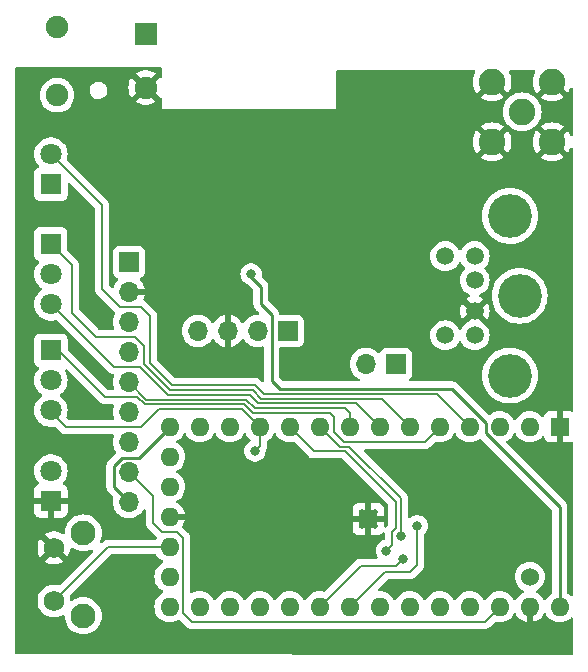
<source format=gbr>
%TF.GenerationSoftware,KiCad,Pcbnew,7.0.5*%
%TF.CreationDate,2023-07-30T11:04:12+02:00*%
%TF.ProjectId,TeensyRPR,5465656e-7379-4525-9052-2e6b69636164,rev?*%
%TF.SameCoordinates,Original*%
%TF.FileFunction,Copper,L2,Bot*%
%TF.FilePolarity,Positive*%
%FSLAX46Y46*%
G04 Gerber Fmt 4.6, Leading zero omitted, Abs format (unit mm)*
G04 Created by KiCad (PCBNEW 7.0.5) date 2023-07-30 11:04:12*
%MOMM*%
%LPD*%
G01*
G04 APERTURE LIST*
%TA.AperFunction,ComponentPad*%
%ADD10C,1.501140*%
%TD*%
%TA.AperFunction,ComponentPad*%
%ADD11C,3.700780*%
%TD*%
%TA.AperFunction,ComponentPad*%
%ADD12R,1.700000X1.700000*%
%TD*%
%TA.AperFunction,ComponentPad*%
%ADD13O,1.700000X1.700000*%
%TD*%
%TA.AperFunction,ComponentPad*%
%ADD14R,1.600000X1.600000*%
%TD*%
%TA.AperFunction,ComponentPad*%
%ADD15O,1.600000X1.600000*%
%TD*%
%TA.AperFunction,ComponentPad*%
%ADD16C,1.524000*%
%TD*%
%TA.AperFunction,ComponentPad*%
%ADD17C,0.500000*%
%TD*%
%TA.AperFunction,SMDPad,CuDef*%
%ADD18R,1.650000X1.650000*%
%TD*%
%TA.AperFunction,ComponentPad*%
%ADD19C,2.250000*%
%TD*%
%TA.AperFunction,ComponentPad*%
%ADD20R,1.800000X1.800000*%
%TD*%
%TA.AperFunction,ComponentPad*%
%ADD21C,1.800000*%
%TD*%
%TA.AperFunction,ComponentPad*%
%ADD22C,2.100000*%
%TD*%
%TA.AperFunction,ComponentPad*%
%ADD23C,1.750000*%
%TD*%
%TA.AperFunction,ComponentPad*%
%ADD24R,1.900000X1.900000*%
%TD*%
%TA.AperFunction,ComponentPad*%
%ADD25C,1.900000*%
%TD*%
%TA.AperFunction,ViaPad*%
%ADD26C,0.800000*%
%TD*%
%TA.AperFunction,Conductor*%
%ADD27C,0.200000*%
%TD*%
%TA.AperFunction,Conductor*%
%ADD28C,0.250000*%
%TD*%
G04 APERTURE END LIST*
D10*
%TO.P,J2,1*%
%TO.N,TxAudio*%
X173288640Y-114080260D03*
%TO.P,J2,2*%
%TO.N,GND*%
X173288640Y-116681220D03*
%TO.P,J2,3*%
%TO.N,TxPTT*%
X173288640Y-112030480D03*
%TO.P,J2,4*%
%TO.N,RxAudio*%
X173288640Y-118731000D03*
%TO.P,J2,5*%
%TO.N,+12V*%
X170796900Y-112030480D03*
%TO.P,J2,6*%
%TO.N,unconnected-(J2-Pad6)*%
X170796900Y-118731000D03*
D11*
%TO.P,J2,SHD*%
%TO.N,N/C*%
X176288380Y-108621800D03*
X177098640Y-115380740D03*
X176288380Y-122139680D03*
%TD*%
D12*
%TO.P,J6,1,Pin_1*%
%TO.N,+3V3*%
X144018000Y-112522000D03*
D13*
%TO.P,J6,2,Pin_2*%
%TO.N,GND*%
X144018000Y-115062000D03*
%TO.P,J6,3,Pin_3*%
%TO.N,CS*%
X144018000Y-117602000D03*
%TO.P,J6,4,Pin_4*%
%TO.N,+3V3*%
X144018000Y-120142000D03*
%TO.P,J6,5,Pin_5*%
%TO.N,DC*%
X144018000Y-122682000D03*
%TO.P,J6,6,Pin_6*%
%TO.N,MOSI*%
X144018000Y-125222000D03*
%TO.P,J6,7,Pin_7*%
%TO.N,SCK*%
X144018000Y-127762000D03*
%TO.P,J6,8,Pin_8*%
%TO.N,+3V3*%
X144018000Y-130302000D03*
%TO.P,J6,9,Pin_9*%
%TO.N,MISO*%
X144018000Y-132842000D03*
%TD*%
D14*
%TO.P,U4,1,GND*%
%TO.N,GND*%
X180499499Y-126473501D03*
D15*
%TO.P,U4,2,0_RX1_CRX2_CS1*%
%TO.N,RXD*%
X177959499Y-126473501D03*
%TO.P,U4,3,1_TX1_CTX2_MISO1*%
%TO.N,TXD*%
X175419499Y-126473501D03*
%TO.P,U4,4,2_OUT2*%
%TO.N,FIX*%
X172879499Y-126473501D03*
%TO.P,U4,5,3_LRCLK2*%
%TO.N,DCD*%
X170339499Y-126473501D03*
%TO.P,U4,6,4_BCLK2*%
%TO.N,KISS*%
X167799499Y-126473501D03*
%TO.P,U4,7,5_IN2*%
%TO.N,CONN*%
X165259499Y-126473501D03*
%TO.P,U4,8,6_OUT1D*%
%TO.N,DC*%
X162719499Y-126473501D03*
%TO.P,U4,9,7_RX2_OUT1A*%
%TO.N,DIN*%
X160179499Y-126473501D03*
%TO.P,U4,10,8_TX2_IN1*%
%TO.N,DOUT*%
X157639499Y-126473501D03*
%TO.P,U4,11,9_OUT1C*%
%TO.N,PTT*%
X155099499Y-126473501D03*
%TO.P,U4,12,10_CS_MQSR*%
%TO.N,CS*%
X152559499Y-126473501D03*
%TO.P,U4,13,11_MOSI_CTX1*%
%TO.N,MOSI*%
X150019499Y-126473501D03*
%TO.P,U4,14,12_MISO_MQSL*%
%TO.N,MISO*%
X147479499Y-126473501D03*
%TO.P,U4,15,13_SCK_CRX1_LED*%
%TO.N,SCK*%
X147479499Y-141713501D03*
%TO.P,U4,16,14_A0_TX3_SPDIF_OUT*%
%TO.N,BLE-RX*%
X150019499Y-141713501D03*
%TO.P,U4,17,15_A1_RX3_SPDIF_IN*%
%TO.N,BLE-TX*%
X152559499Y-141713501D03*
%TO.P,U4,18,16_A2_RX4_SCL1*%
%TO.N,PDL-l*%
X155099499Y-141713501D03*
%TO.P,U4,19,17_A3_TX4_SDA1*%
%TO.N,PDL-r*%
X157639499Y-141713501D03*
%TO.P,U4,20,18_A4_SDA0*%
%TO.N,SDA*%
X160179499Y-141713501D03*
%TO.P,U4,21,19_A5_SCL0*%
%TO.N,SCL*%
X162719499Y-141713501D03*
%TO.P,U4,22,20_A6_TX5_LRCLK1*%
%TO.N,LRCLK*%
X165259499Y-141713501D03*
%TO.P,U4,23,21_A7_RX5_BCLK1*%
%TO.N,SCLK*%
X167799499Y-141713501D03*
%TO.P,U4,24,22_A8_CTX1*%
%TO.N,unconnected-(U4-22_A8_CTX1-Pad24)*%
X170339499Y-141713501D03*
%TO.P,U4,25,23_A9_CRX1_MCLK1*%
%TO.N,MCLK*%
X172879499Y-141713501D03*
%TO.P,U4,26,3V3*%
%TO.N,+3V3*%
X175419499Y-141713501D03*
%TO.P,U4,27,GND*%
%TO.N,GND*%
X177959499Y-141713501D03*
%TO.P,U4,28,VIN*%
%TO.N,V-Ext*%
X180499499Y-141713501D03*
D16*
%TO.P,U4,29,Vusb*%
%TO.N,Net-(D9-A)*%
X177959499Y-139173501D03*
D15*
%TO.P,U4,S1,Vbat*%
%TO.N,unconnected-(U4-Vbat-PadS1)*%
X147479499Y-129013501D03*
%TO.P,U4,S2,3.3V*%
%TO.N,unconnected-(U4-3.3V-PadS2)*%
X147479499Y-131553501D03*
%TO.P,U4,S3,GND*%
%TO.N,GND*%
X147479499Y-134093501D03*
%TO.P,U4,S4,Program*%
%TO.N,Net-(U4-Program)*%
X147479499Y-136633501D03*
%TO.P,U4,S5,ON/OFF*%
%TO.N,unconnected-(U4-ON{slash}OFF-PadS5)*%
X147479499Y-139173501D03*
%TD*%
D17*
%TO.P,U3,21,GND*%
%TO.N,GND*%
X164869500Y-133713500D03*
X163719500Y-133713500D03*
D18*
X164294500Y-134288500D03*
D17*
X164869500Y-134863500D03*
X163719500Y-134863500D03*
%TD*%
D19*
%TO.P,J5,1,In*%
%TO.N,Net-(J5-In)*%
X177312000Y-99808000D03*
%TO.P,J5,2,Ext*%
%TO.N,GND*%
X179852000Y-97268000D03*
X174772000Y-97268000D03*
X179852000Y-102348000D03*
X174772000Y-102348000D03*
%TD*%
D20*
%TO.P,D2,1,A1*%
%TO.N,KISS*%
X137400000Y-111000000D03*
D21*
%TO.P,D2,2,K*%
%TO.N,Net-(D2-K)*%
X137400000Y-113540000D03*
%TO.P,D2,3,A2*%
%TO.N,CONN*%
X137400000Y-116080000D03*
%TD*%
D20*
%TO.P,D3,1,A1*%
%TO.N,DCD*%
X137414000Y-120000000D03*
D21*
%TO.P,D3,2,K*%
%TO.N,Net-(D3-K)*%
X137414000Y-122540000D03*
%TO.P,D3,3,A2*%
%TO.N,PTT*%
X137414000Y-125080000D03*
%TD*%
D20*
%TO.P,D4,1,K*%
%TO.N,Net-(D4-K)*%
X137414000Y-105918000D03*
D21*
%TO.P,D4,2,A*%
%TO.N,FIX*%
X137414000Y-103378000D03*
%TD*%
D20*
%TO.P,D5,1,K*%
%TO.N,GND*%
X137414000Y-132750000D03*
D21*
%TO.P,D5,2,A*%
%TO.N,Net-(D5-A)*%
X137414000Y-130210000D03*
%TD*%
D22*
%TO.P,SW1,*%
%TO.N,*%
X140158000Y-142474000D03*
X140158000Y-135464000D03*
D23*
%TO.P,SW1,1,1*%
%TO.N,Net-(U4-Program)*%
X137668000Y-141224000D03*
%TO.P,SW1,2,2*%
%TO.N,GND*%
X137668000Y-136724000D03*
%TD*%
D24*
%TO.P,J1,R*%
%TO.N,Net-(C24-Pad1)*%
X145438000Y-93254000D03*
D25*
%TO.P,J1,S*%
%TO.N,GND*%
X145438000Y-97754000D03*
%TO.P,J1,T*%
%TO.N,Net-(C23-Pad2)*%
X137938000Y-92604000D03*
X137938000Y-98404000D03*
%TD*%
D12*
%TO.P,J4,1,Pin_1*%
%TO.N,TxPTT*%
X166624000Y-121158000D03*
D13*
%TO.P,J4,2,Pin_2*%
%TO.N,Net-(J4-Pin_2)*%
X164084000Y-121158000D03*
%TD*%
D12*
%TO.P,J3,1,Pin_1*%
%TO.N,BLE-TX*%
X157470000Y-118364000D03*
D13*
%TO.P,J3,2,Pin_2*%
%TO.N,BLE-RX*%
X154930000Y-118364000D03*
%TO.P,J3,3,Pin_3*%
%TO.N,GND*%
X152390000Y-118364000D03*
%TO.P,J3,4,Pin_4*%
%TO.N,+3V3*%
X149850000Y-118364000D03*
%TD*%
D26*
%TO.N,GND*%
X159193500Y-115825500D03*
X167575500Y-117349500D03*
X152908000Y-133604000D03*
X176022000Y-139446000D03*
X139700000Y-110998000D03*
X141986000Y-106172000D03*
X145542000Y-109728000D03*
X157161500Y-107443500D03*
X159447500Y-114555500D03*
X142748000Y-143510000D03*
X178816000Y-129794000D03*
X168676000Y-131304000D03*
X157734000Y-121920000D03*
X163322000Y-96774000D03*
X150876000Y-139192000D03*
X141732000Y-139192000D03*
X179324000Y-133858000D03*
X171216000Y-130034000D03*
X168167500Y-112269500D03*
X161310000Y-132574000D03*
X158790000Y-144050000D03*
X140208000Y-125222000D03*
X140462000Y-116078000D03*
X173482000Y-105410000D03*
X156907500Y-116079500D03*
X152843500Y-114301500D03*
X155637500Y-109221500D03*
X166051500Y-107697500D03*
X160463500Y-109221500D03*
X154432000Y-121666000D03*
X164846000Y-128778000D03*
X162749500Y-117095500D03*
X159512000Y-139192000D03*
X168910000Y-103124000D03*
X167321500Y-114301500D03*
X177546000Y-132334000D03*
X176022000Y-135382000D03*
X151638000Y-135128000D03*
X169672000Y-139700000D03*
X139700000Y-120142000D03*
%TO.N,PTT*%
X154686000Y-128524000D03*
%TO.N,SDA*%
X167198773Y-137667384D03*
%TO.N,SCL*%
X168422000Y-134860000D03*
%TO.N,DOUT*%
X165818500Y-136955500D03*
%TO.N,DIN*%
X167025000Y-135685500D03*
%TO.N,V-Ext*%
X154367500Y-113538000D03*
%TD*%
D27*
%TO.N,+3V3*%
X146050000Y-132334000D02*
X146050000Y-134620000D01*
X146050000Y-134620000D02*
X146812000Y-135382000D01*
X148082000Y-135382000D02*
X148590000Y-135890000D01*
X148590000Y-135890000D02*
X148590000Y-142240000D01*
X144018000Y-130302000D02*
X146050000Y-132334000D01*
X146812000Y-135382000D02*
X148082000Y-135382000D01*
X148590000Y-142240000D02*
X149352000Y-143002000D01*
X149352000Y-143002000D02*
X174131000Y-143002000D01*
X174131000Y-143002000D02*
X175419499Y-141713501D01*
%TO.N,DC*%
X162719499Y-126473501D02*
X162719499Y-125342131D01*
X145503978Y-124167978D02*
X144018000Y-122682000D01*
X154655431Y-124898033D02*
X153925376Y-124167978D01*
X153925376Y-124167978D02*
X145503978Y-124167978D01*
X162719499Y-125342131D02*
X162275401Y-124898033D01*
X162275401Y-124898033D02*
X154655431Y-124898033D01*
D28*
%TO.N,MISO*%
X143451850Y-129090150D02*
X142748000Y-129794000D01*
X147479499Y-126473501D02*
X144862850Y-129090150D01*
X144862850Y-129090150D02*
X143451850Y-129090150D01*
X142748000Y-129794000D02*
X142748000Y-131572000D01*
X142748000Y-131572000D02*
X144018000Y-132842000D01*
D27*
%TO.N,PTT*%
X155099499Y-126473501D02*
X155099499Y-128110501D01*
X145034000Y-126492000D02*
X146558000Y-124968000D01*
X137414000Y-125080000D02*
X137414000Y-125222000D01*
X138684000Y-126492000D02*
X145034000Y-126492000D01*
X146558000Y-124968000D02*
X153593998Y-124968000D01*
X137414000Y-125222000D02*
X138684000Y-126492000D01*
X155099499Y-128110501D02*
X154686000Y-128524000D01*
X153593998Y-124968000D02*
X155099499Y-126473501D01*
%TO.N,SDA*%
X160179499Y-141713501D02*
X163648489Y-138244511D01*
X163648489Y-138244511D02*
X166621646Y-138244511D01*
X166798774Y-138067383D02*
X167198773Y-137667384D01*
X166621646Y-138244511D02*
X166798774Y-138067383D01*
%TO.N,SCL*%
X165699500Y-138733500D02*
X167850500Y-138733500D01*
X168422000Y-138162000D02*
X167850500Y-138733500D01*
X168422000Y-134860000D02*
X168422000Y-138162000D01*
X162719499Y-141713501D02*
X165699500Y-138733500D01*
%TO.N,DCD*%
X169063000Y-127750000D02*
X170339499Y-126473501D01*
X161038044Y-125298044D02*
X161390000Y-125650000D01*
X141986000Y-123952000D02*
X144722300Y-123952000D01*
X145338289Y-124567989D02*
X153759687Y-124567989D01*
X153759687Y-124567989D02*
X154489742Y-125298044D01*
X161390000Y-125650000D02*
X161390000Y-126950000D01*
X144722300Y-123952000D02*
X145338289Y-124567989D01*
X138034000Y-120000000D02*
X141986000Y-123952000D01*
X162190000Y-127750000D02*
X169063000Y-127750000D01*
X137414000Y-120000000D02*
X138034000Y-120000000D01*
X161390000Y-126950000D02*
X162190000Y-127750000D01*
X154489742Y-125298044D02*
X161038044Y-125298044D01*
%TO.N,FIX*%
X172879499Y-126473501D02*
X170103998Y-123698000D01*
X147663664Y-122967978D02*
X145796000Y-121100314D01*
X145034000Y-116332000D02*
X143256000Y-116332000D01*
X145796000Y-121100314D02*
X145796000Y-117094000D01*
X154717978Y-122967978D02*
X147663664Y-122967978D01*
X141732000Y-107696000D02*
X137414000Y-103378000D01*
X141732000Y-114808000D02*
X141732000Y-107696000D01*
X170103998Y-123698000D02*
X155448000Y-123698000D01*
X143256000Y-116332000D02*
X141732000Y-114808000D01*
X155448000Y-123698000D02*
X154717978Y-122967978D01*
X145796000Y-117094000D02*
X145034000Y-116332000D01*
%TO.N,DOUT*%
X162332000Y-128550000D02*
X166590000Y-132808000D01*
X166590000Y-132808000D02*
X166590000Y-135084498D01*
X166590000Y-135084498D02*
X166324999Y-135349499D01*
X159699000Y-128550000D02*
X162332000Y-128550000D01*
X157639499Y-126490499D02*
X159699000Y-128550000D01*
X157639499Y-126473501D02*
X157639499Y-126490499D01*
X166324999Y-135349499D02*
X166324999Y-136449001D01*
X166324999Y-136449001D02*
X165818500Y-136955500D01*
%TO.N,DIN*%
X167025000Y-135685500D02*
X167025000Y-132481000D01*
X162694000Y-128150000D02*
X161855998Y-128150000D01*
X167025000Y-132481000D02*
X162694000Y-128150000D01*
X161855998Y-128150000D02*
X160179499Y-126473501D01*
%TO.N,KISS*%
X165424009Y-124098011D02*
X167799499Y-126473501D01*
X144526000Y-118872000D02*
X145288000Y-119634000D01*
X147497978Y-123367978D02*
X154482978Y-123367978D01*
X137400000Y-111000000D02*
X139192000Y-112792000D01*
X154482978Y-123367978D02*
X155213011Y-124098011D01*
X145288000Y-121158000D02*
X147497978Y-123367978D01*
X155213011Y-124098011D02*
X165424009Y-124098011D01*
X145288000Y-119634000D02*
X145288000Y-121158000D01*
X139192000Y-116840000D02*
X141224000Y-118872000D01*
X141224000Y-118872000D02*
X144526000Y-118872000D01*
X139192000Y-112792000D02*
X139192000Y-116840000D01*
%TO.N,CONN*%
X154247978Y-123767978D02*
X147332292Y-123767978D01*
X147332292Y-123767978D02*
X144976314Y-121412000D01*
X163284020Y-124498022D02*
X154978022Y-124498022D01*
X144976314Y-121412000D02*
X142732000Y-121412000D01*
X154978022Y-124498022D02*
X154247978Y-123767978D01*
X165259499Y-126473501D02*
X163284020Y-124498022D01*
X142732000Y-121412000D02*
X137400000Y-116080000D01*
D28*
%TO.N,V-Ext*%
X180499499Y-133255499D02*
X180499499Y-141713501D01*
X154367500Y-113802805D02*
X155194000Y-114629305D01*
X156801000Y-123273000D02*
X171344000Y-123273000D01*
X155194000Y-116078000D02*
X156115000Y-116999000D01*
X154367500Y-113538000D02*
X154367500Y-113802805D01*
X156115000Y-116999000D02*
X156115000Y-122587000D01*
X171344000Y-123273000D02*
X174244000Y-126173000D01*
X156115000Y-122587000D02*
X156801000Y-123273000D01*
X174244000Y-126173000D02*
X174244000Y-127000000D01*
X174244000Y-127000000D02*
X180499499Y-133255499D01*
X155194000Y-114629305D02*
X155194000Y-116078000D01*
D27*
%TO.N,Net-(U4-Program)*%
X147479499Y-136633501D02*
X142258499Y-136633501D01*
X142258499Y-136633501D02*
X137668000Y-141224000D01*
%TD*%
%TA.AperFunction,Conductor*%
%TO.N,GND*%
G36*
X146754121Y-96032002D02*
G01*
X146800614Y-96085658D01*
X146812000Y-96138000D01*
X146812000Y-96796670D01*
X146791998Y-96864791D01*
X146738342Y-96911284D01*
X146673003Y-96921998D01*
X146633325Y-96917883D01*
X146002429Y-97548779D01*
X145962099Y-97451412D01*
X145865925Y-97326075D01*
X145740588Y-97229901D01*
X145643219Y-97189569D01*
X146274947Y-96557842D01*
X146238184Y-96529228D01*
X146238181Y-96529227D01*
X146025678Y-96414225D01*
X146025676Y-96414224D01*
X145797149Y-96335771D01*
X145797140Y-96335769D01*
X145558809Y-96296000D01*
X145317191Y-96296000D01*
X145078859Y-96335769D01*
X145078850Y-96335771D01*
X144850325Y-96414224D01*
X144637808Y-96529233D01*
X144601052Y-96557841D01*
X144601051Y-96557842D01*
X145232779Y-97189570D01*
X145135412Y-97229901D01*
X145010075Y-97326075D01*
X144913901Y-97451411D01*
X144873570Y-97548779D01*
X144242674Y-96917883D01*
X144242673Y-96917883D01*
X144151332Y-97057690D01*
X144054273Y-97278962D01*
X144054270Y-97278969D01*
X143994958Y-97513186D01*
X143994956Y-97513195D01*
X143975003Y-97754000D01*
X143994956Y-97994804D01*
X143994958Y-97994813D01*
X144054270Y-98229030D01*
X144054273Y-98229037D01*
X144151331Y-98450306D01*
X144242672Y-98590114D01*
X144873569Y-97959218D01*
X144913901Y-98056588D01*
X145010075Y-98181925D01*
X145135412Y-98278099D01*
X145232779Y-98318429D01*
X144601052Y-98950157D01*
X144637808Y-98978766D01*
X144637818Y-98978772D01*
X144850321Y-99093774D01*
X144850323Y-99093775D01*
X145078850Y-99172228D01*
X145078859Y-99172230D01*
X145317191Y-99212000D01*
X145558809Y-99212000D01*
X145797140Y-99172230D01*
X145797149Y-99172228D01*
X146025676Y-99093775D01*
X146025678Y-99093774D01*
X146238187Y-98978769D01*
X146274946Y-98950157D01*
X146274947Y-98950156D01*
X145643220Y-98318429D01*
X145740588Y-98278099D01*
X145865925Y-98181925D01*
X145962099Y-98056589D01*
X146002429Y-97959220D01*
X146633324Y-98590115D01*
X146673002Y-98586000D01*
X146742822Y-98598868D01*
X146794602Y-98647441D01*
X146812000Y-98711327D01*
X146812000Y-99568000D01*
X161544000Y-99568000D01*
X161544000Y-96392000D01*
X161564002Y-96323879D01*
X161617658Y-96277386D01*
X161670000Y-96266000D01*
X173245809Y-96266000D01*
X173313930Y-96286002D01*
X173360423Y-96339658D01*
X173370527Y-96409932D01*
X173353242Y-96457834D01*
X173312488Y-96524338D01*
X173214121Y-96761816D01*
X173154117Y-97011753D01*
X173133950Y-97267999D01*
X173154117Y-97524246D01*
X173214121Y-97774183D01*
X173312486Y-98011657D01*
X173446791Y-98230824D01*
X173448253Y-98232536D01*
X174093099Y-97587689D01*
X174118059Y-97645553D01*
X174222756Y-97786185D01*
X174357062Y-97898882D01*
X174452430Y-97946777D01*
X173807462Y-98591745D01*
X173807462Y-98591746D01*
X173809174Y-98593207D01*
X174028342Y-98727513D01*
X174265816Y-98825878D01*
X174515753Y-98885882D01*
X174772000Y-98906049D01*
X175028246Y-98885882D01*
X175278183Y-98825878D01*
X175515657Y-98727513D01*
X175734825Y-98593207D01*
X175736535Y-98591746D01*
X175736536Y-98591744D01*
X175093799Y-97949007D01*
X175110891Y-97942787D01*
X175257373Y-97846445D01*
X175377688Y-97718918D01*
X175452517Y-97589308D01*
X176095745Y-98232536D01*
X176095746Y-98232535D01*
X176097207Y-98230825D01*
X176231513Y-98011657D01*
X176329878Y-97774183D01*
X176389882Y-97524246D01*
X176410049Y-97268000D01*
X176389882Y-97011753D01*
X176329878Y-96761816D01*
X176231511Y-96524338D01*
X176190758Y-96457834D01*
X176172220Y-96389301D01*
X176193677Y-96321624D01*
X176248316Y-96276291D01*
X176298191Y-96266000D01*
X178325809Y-96266000D01*
X178393930Y-96286002D01*
X178440423Y-96339658D01*
X178450527Y-96409932D01*
X178433242Y-96457834D01*
X178392488Y-96524338D01*
X178294121Y-96761816D01*
X178234117Y-97011753D01*
X178213950Y-97268000D01*
X178234117Y-97524246D01*
X178294121Y-97774183D01*
X178392486Y-98011657D01*
X178526791Y-98230824D01*
X178528253Y-98232536D01*
X179173099Y-97587689D01*
X179198059Y-97645553D01*
X179302756Y-97786185D01*
X179437062Y-97898882D01*
X179532430Y-97946777D01*
X178887462Y-98591745D01*
X178887462Y-98591746D01*
X178889174Y-98593207D01*
X179108342Y-98727513D01*
X179345816Y-98825878D01*
X179595753Y-98885882D01*
X179852000Y-98906049D01*
X180108246Y-98885882D01*
X180358183Y-98825878D01*
X180595657Y-98727513D01*
X180814825Y-98593207D01*
X180816535Y-98591746D01*
X180816536Y-98591744D01*
X180173799Y-97949007D01*
X180190891Y-97942787D01*
X180337373Y-97846445D01*
X180457688Y-97718918D01*
X180532517Y-97589308D01*
X181175745Y-98232536D01*
X181175746Y-98232535D01*
X181177207Y-98230825D01*
X181311513Y-98011657D01*
X181387591Y-97827989D01*
X181432139Y-97772708D01*
X181499503Y-97750287D01*
X181568294Y-97767845D01*
X181616672Y-97819807D01*
X181630000Y-97876207D01*
X181630000Y-101739792D01*
X181609998Y-101807913D01*
X181556342Y-101854406D01*
X181486068Y-101864510D01*
X181421488Y-101835016D01*
X181387591Y-101788010D01*
X181311513Y-101604342D01*
X181177207Y-101385174D01*
X181175745Y-101383462D01*
X180530899Y-102028307D01*
X180505941Y-101970447D01*
X180401244Y-101829815D01*
X180266938Y-101717118D01*
X180171568Y-101669221D01*
X180816536Y-101024253D01*
X180814824Y-101022791D01*
X180595657Y-100888486D01*
X180358183Y-100790121D01*
X180108246Y-100730117D01*
X179852000Y-100709950D01*
X179595753Y-100730117D01*
X179345816Y-100790121D01*
X179108342Y-100888486D01*
X178889177Y-101022790D01*
X178889174Y-101022793D01*
X178887462Y-101024253D01*
X179530201Y-101666992D01*
X179513109Y-101673213D01*
X179366627Y-101769555D01*
X179246312Y-101897082D01*
X179171482Y-102026691D01*
X178528253Y-101383462D01*
X178526793Y-101385174D01*
X178526790Y-101385177D01*
X178392486Y-101604342D01*
X178294121Y-101841816D01*
X178234117Y-102091753D01*
X178213950Y-102347999D01*
X178234117Y-102604246D01*
X178294121Y-102854183D01*
X178392486Y-103091657D01*
X178526791Y-103310824D01*
X178528253Y-103312536D01*
X179173099Y-102667690D01*
X179198059Y-102725553D01*
X179302756Y-102866185D01*
X179437062Y-102978882D01*
X179532430Y-103026777D01*
X178887462Y-103671745D01*
X178887462Y-103671746D01*
X178889174Y-103673207D01*
X179108342Y-103807513D01*
X179345816Y-103905878D01*
X179595753Y-103965882D01*
X179852000Y-103986049D01*
X180108246Y-103965882D01*
X180358183Y-103905878D01*
X180595657Y-103807513D01*
X180814825Y-103673207D01*
X180816535Y-103671746D01*
X180816536Y-103671745D01*
X180173798Y-103029007D01*
X180190891Y-103022787D01*
X180337373Y-102926445D01*
X180457688Y-102798918D01*
X180532517Y-102669308D01*
X181175745Y-103312536D01*
X181175746Y-103312535D01*
X181177207Y-103310825D01*
X181311513Y-103091657D01*
X181387591Y-102907989D01*
X181432139Y-102852708D01*
X181499503Y-102830287D01*
X181568294Y-102847845D01*
X181616672Y-102899807D01*
X181630000Y-102956207D01*
X181630000Y-125073112D01*
X181609998Y-125141233D01*
X181556342Y-125187726D01*
X181486068Y-125197830D01*
X181459968Y-125191168D01*
X181408593Y-125172006D01*
X181348096Y-125165501D01*
X180753499Y-125165501D01*
X180753499Y-126161815D01*
X180737544Y-126145860D01*
X180624647Y-126088336D01*
X180530980Y-126073501D01*
X180468018Y-126073501D01*
X180374351Y-126088336D01*
X180261454Y-126145860D01*
X180245499Y-126161815D01*
X180245499Y-125165501D01*
X179650901Y-125165501D01*
X179590405Y-125172006D01*
X179453534Y-125223056D01*
X179453533Y-125223056D01*
X179336594Y-125310596D01*
X179249054Y-125427535D01*
X179249054Y-125427536D01*
X179198003Y-125564409D01*
X179196936Y-125574333D01*
X179169763Y-125639923D01*
X179111442Y-125680411D01*
X179040491Y-125682940D01*
X178979435Y-125646709D01*
X178968445Y-125633125D01*
X178965701Y-125629206D01*
X178965694Y-125629198D01*
X178803801Y-125467305D01*
X178803795Y-125467300D01*
X178616248Y-125335978D01*
X178408745Y-125239218D01*
X178408739Y-125239216D01*
X178315270Y-125214171D01*
X178187586Y-125179958D01*
X177959499Y-125160003D01*
X177731412Y-125179958D01*
X177510258Y-125239216D01*
X177510252Y-125239218D01*
X177302749Y-125335978D01*
X177115202Y-125467300D01*
X177115196Y-125467305D01*
X176953303Y-125629198D01*
X176953298Y-125629204D01*
X176821976Y-125816751D01*
X176803694Y-125855958D01*
X176756777Y-125909243D01*
X176688500Y-125928704D01*
X176620540Y-125908162D01*
X176575304Y-125855958D01*
X176568531Y-125841434D01*
X176557022Y-125816752D01*
X176425697Y-125629201D01*
X176263799Y-125467303D01*
X176076248Y-125335978D01*
X175977482Y-125289923D01*
X175868745Y-125239218D01*
X175868739Y-125239216D01*
X175775270Y-125214171D01*
X175647586Y-125179958D01*
X175419499Y-125160003D01*
X175191412Y-125179958D01*
X174970258Y-125239216D01*
X174970252Y-125239218D01*
X174762749Y-125335978D01*
X174578879Y-125464726D01*
X174511605Y-125487414D01*
X174442744Y-125470129D01*
X174417513Y-125450608D01*
X171851244Y-122884339D01*
X171841279Y-122871901D01*
X171841052Y-122872090D01*
X171836001Y-122865984D01*
X171836000Y-122865982D01*
X171785626Y-122818678D01*
X171784237Y-122817332D01*
X171773990Y-122807085D01*
X171763776Y-122796870D01*
X171763772Y-122796866D01*
X171758225Y-122792563D01*
X171753717Y-122788712D01*
X171719325Y-122756417D01*
X171719319Y-122756413D01*
X171701563Y-122746651D01*
X171685047Y-122735802D01*
X171669041Y-122723386D01*
X171638289Y-122710078D01*
X171625740Y-122704648D01*
X171620408Y-122702036D01*
X171579061Y-122679305D01*
X171559436Y-122674266D01*
X171540736Y-122667864D01*
X171522145Y-122659819D01*
X171522143Y-122659818D01*
X171522142Y-122659818D01*
X171475542Y-122652437D01*
X171469729Y-122651233D01*
X171424030Y-122639500D01*
X171403776Y-122639500D01*
X171384066Y-122637949D01*
X171364057Y-122634780D01*
X171364056Y-122634780D01*
X171317083Y-122639220D01*
X171311150Y-122639500D01*
X167857506Y-122639500D01*
X167789385Y-122619498D01*
X167742892Y-122565842D01*
X167732788Y-122495568D01*
X167762282Y-122430988D01*
X167781996Y-122412632D01*
X167795282Y-122402686D01*
X167837261Y-122371261D01*
X167924889Y-122254204D01*
X167967604Y-122139683D01*
X173924429Y-122139683D01*
X173944652Y-122448233D01*
X173944654Y-122448248D01*
X173985031Y-122651233D01*
X174004011Y-122746651D01*
X174004979Y-122751514D01*
X174004981Y-122751524D01*
X174104371Y-123044317D01*
X174104377Y-123044331D01*
X174241135Y-123321653D01*
X174412934Y-123578765D01*
X174616813Y-123811246D01*
X174849294Y-124015125D01*
X175106406Y-124186924D01*
X175286417Y-124275694D01*
X175383735Y-124323686D01*
X175676544Y-124423081D01*
X175938693Y-124475226D01*
X175979811Y-124483405D01*
X175979813Y-124483405D01*
X175979822Y-124483407D01*
X176156140Y-124494963D01*
X176288377Y-124503631D01*
X176288380Y-124503631D01*
X176288383Y-124503631D01*
X176404089Y-124496047D01*
X176596938Y-124483407D01*
X176900216Y-124423081D01*
X177193025Y-124323686D01*
X177419673Y-124211916D01*
X177470353Y-124186924D01*
X177470356Y-124186922D01*
X177727462Y-124015128D01*
X177959946Y-123811246D01*
X178163828Y-123578762D01*
X178335622Y-123321656D01*
X178335622Y-123321655D01*
X178335624Y-123321653D01*
X178389369Y-123212668D01*
X178472386Y-123044325D01*
X178571781Y-122751516D01*
X178632107Y-122448238D01*
X178652331Y-122139680D01*
X178650857Y-122117196D01*
X178639474Y-121943519D01*
X178632107Y-121831122D01*
X178571781Y-121527844D01*
X178472386Y-121235035D01*
X178335622Y-120957705D01*
X178163828Y-120700598D01*
X178163827Y-120700596D01*
X177959946Y-120468113D01*
X177727465Y-120264234D01*
X177470353Y-120092435D01*
X177193031Y-119955677D01*
X177193025Y-119955674D01*
X177193020Y-119955672D01*
X177193017Y-119955671D01*
X176900224Y-119856281D01*
X176900218Y-119856279D01*
X176900216Y-119856279D01*
X176813227Y-119838975D01*
X176596948Y-119795954D01*
X176596933Y-119795952D01*
X176288383Y-119775729D01*
X176288377Y-119775729D01*
X175979826Y-119795952D01*
X175979811Y-119795954D01*
X175720038Y-119847627D01*
X175676544Y-119856279D01*
X175676542Y-119856279D01*
X175676535Y-119856281D01*
X175383742Y-119955671D01*
X175383728Y-119955677D01*
X175106407Y-120092436D01*
X174849302Y-120264228D01*
X174849296Y-120264232D01*
X174616813Y-120468113D01*
X174412932Y-120700596D01*
X174412928Y-120700602D01*
X174241136Y-120957707D01*
X174104377Y-121235028D01*
X174104371Y-121235042D01*
X174004981Y-121527835D01*
X174004979Y-121527845D01*
X173944654Y-121831111D01*
X173944652Y-121831126D01*
X173924429Y-122139676D01*
X173924429Y-122139683D01*
X167967604Y-122139683D01*
X167975989Y-122117201D01*
X167977800Y-122100362D01*
X167982499Y-122056649D01*
X167982500Y-122056632D01*
X167982500Y-120259367D01*
X167982499Y-120259350D01*
X167975990Y-120198803D01*
X167975988Y-120198795D01*
X167924889Y-120061797D01*
X167924887Y-120061792D01*
X167837261Y-119944738D01*
X167720207Y-119857112D01*
X167720202Y-119857110D01*
X167583204Y-119806011D01*
X167583196Y-119806009D01*
X167522649Y-119799500D01*
X167522638Y-119799500D01*
X165725362Y-119799500D01*
X165725350Y-119799500D01*
X165664803Y-119806009D01*
X165664795Y-119806011D01*
X165527797Y-119857110D01*
X165527792Y-119857112D01*
X165410738Y-119944738D01*
X165323112Y-120061792D01*
X165323111Y-120061795D01*
X165279000Y-120180058D01*
X165236453Y-120236893D01*
X165169932Y-120261703D01*
X165100558Y-120246611D01*
X165068246Y-120221363D01*
X165007240Y-120155094D01*
X165007239Y-120155093D01*
X165007237Y-120155091D01*
X164887372Y-120061796D01*
X164829576Y-120016811D01*
X164631574Y-119909658D01*
X164631572Y-119909657D01*
X164631571Y-119909656D01*
X164418639Y-119836557D01*
X164418630Y-119836555D01*
X164352679Y-119825550D01*
X164196569Y-119799500D01*
X163971431Y-119799500D01*
X163823210Y-119824233D01*
X163749369Y-119836555D01*
X163749360Y-119836557D01*
X163536428Y-119909656D01*
X163536426Y-119909658D01*
X163338426Y-120016810D01*
X163338424Y-120016811D01*
X163160762Y-120155091D01*
X163008279Y-120320729D01*
X163008275Y-120320734D01*
X162885141Y-120509206D01*
X162794703Y-120715386D01*
X162794702Y-120715387D01*
X162739437Y-120933624D01*
X162739436Y-120933630D01*
X162739436Y-120933632D01*
X162720844Y-121158000D01*
X162736827Y-121350886D01*
X162739437Y-121382375D01*
X162794702Y-121600612D01*
X162794703Y-121600613D01*
X162794704Y-121600616D01*
X162885140Y-121806791D01*
X162885141Y-121806793D01*
X163008275Y-121995265D01*
X163008279Y-121995270D01*
X163160762Y-122160908D01*
X163249592Y-122230047D01*
X163338424Y-122299189D01*
X163529671Y-122402686D01*
X163580062Y-122452699D01*
X163595414Y-122522016D01*
X163570853Y-122588629D01*
X163514178Y-122631389D01*
X163469702Y-122639500D01*
X157115595Y-122639500D01*
X157047474Y-122619498D01*
X157026499Y-122602595D01*
X156785404Y-122361499D01*
X156751379Y-122299187D01*
X156748500Y-122272404D01*
X156748500Y-119848500D01*
X156768502Y-119780379D01*
X156822158Y-119733886D01*
X156874500Y-119722500D01*
X158368632Y-119722500D01*
X158368638Y-119722500D01*
X158368645Y-119722499D01*
X158368649Y-119722499D01*
X158429196Y-119715990D01*
X158429199Y-119715989D01*
X158429201Y-119715989D01*
X158566204Y-119664889D01*
X158636399Y-119612342D01*
X158683261Y-119577261D01*
X158770887Y-119460207D01*
X158770887Y-119460206D01*
X158770889Y-119460204D01*
X158821989Y-119323201D01*
X158828500Y-119262638D01*
X158828500Y-118731000D01*
X169533021Y-118731000D01*
X169552222Y-118950473D01*
X169582883Y-119064899D01*
X169609242Y-119163272D01*
X169626960Y-119201268D01*
X169702348Y-119362938D01*
X169702349Y-119362940D01*
X169828706Y-119543397D01*
X169828710Y-119543402D01*
X169828713Y-119543406D01*
X169984494Y-119699187D01*
X169984498Y-119699190D01*
X169984502Y-119699193D01*
X170008491Y-119715990D01*
X170164960Y-119825551D01*
X170364628Y-119918658D01*
X170577430Y-119975678D01*
X170796900Y-119994879D01*
X171016370Y-119975678D01*
X171229172Y-119918658D01*
X171428840Y-119825551D01*
X171609306Y-119699187D01*
X171765087Y-119543406D01*
X171891451Y-119362940D01*
X171928575Y-119283326D01*
X171975492Y-119230042D01*
X172043769Y-119210581D01*
X172111729Y-119231123D01*
X172156965Y-119283327D01*
X172194088Y-119362938D01*
X172194089Y-119362940D01*
X172320446Y-119543397D01*
X172320450Y-119543402D01*
X172320453Y-119543406D01*
X172476234Y-119699187D01*
X172476238Y-119699190D01*
X172476242Y-119699193D01*
X172500231Y-119715990D01*
X172656700Y-119825551D01*
X172856368Y-119918658D01*
X173069170Y-119975678D01*
X173288640Y-119994879D01*
X173508110Y-119975678D01*
X173720912Y-119918658D01*
X173920580Y-119825551D01*
X174101046Y-119699187D01*
X174256827Y-119543406D01*
X174383191Y-119362940D01*
X174476298Y-119163272D01*
X174533318Y-118950470D01*
X174552519Y-118731000D01*
X174533318Y-118511530D01*
X174476298Y-118298728D01*
X174383191Y-118099061D01*
X174256827Y-117918594D01*
X174101046Y-117762813D01*
X174101042Y-117762810D01*
X174101037Y-117762806D01*
X173920580Y-117636449D01*
X173920572Y-117636445D01*
X173873405Y-117614450D01*
X173837560Y-117589351D01*
X173371585Y-117123376D01*
X173422653Y-117115679D01*
X173544758Y-117056876D01*
X173644106Y-116964695D01*
X173711869Y-116847325D01*
X173730840Y-116764209D01*
X174340247Y-117373617D01*
X174382759Y-117312904D01*
X174475825Y-117113323D01*
X174475827Y-117113319D01*
X174532823Y-116900606D01*
X174552017Y-116681219D01*
X174532823Y-116461833D01*
X174475827Y-116249120D01*
X174475825Y-116249116D01*
X174382756Y-116049530D01*
X174340247Y-115988820D01*
X173733092Y-116595975D01*
X173731899Y-116580049D01*
X173682385Y-116453891D01*
X173597886Y-116347932D01*
X173485909Y-116271587D01*
X173373680Y-116236969D01*
X173981037Y-115629611D01*
X173920328Y-115587102D01*
X173723265Y-115495210D01*
X173669980Y-115448292D01*
X173650727Y-115380743D01*
X174734689Y-115380743D01*
X174754912Y-115689293D01*
X174754914Y-115689308D01*
X174815239Y-115992574D01*
X174815241Y-115992584D01*
X174914631Y-116285377D01*
X174914637Y-116285391D01*
X175051395Y-116562713D01*
X175223194Y-116819825D01*
X175427073Y-117052306D01*
X175659554Y-117256185D01*
X175659556Y-117256186D01*
X175659558Y-117256188D01*
X175676932Y-117267797D01*
X175916666Y-117427984D01*
X176096677Y-117516754D01*
X176193995Y-117564746D01*
X176486804Y-117664141D01*
X176713275Y-117709189D01*
X176790071Y-117724465D01*
X176790073Y-117724465D01*
X176790082Y-117724467D01*
X176966400Y-117736023D01*
X177098637Y-117744691D01*
X177098640Y-117744691D01*
X177098643Y-117744691D01*
X177214349Y-117737107D01*
X177407198Y-117724467D01*
X177710476Y-117664141D01*
X178003285Y-117564746D01*
X178201250Y-117467121D01*
X178280613Y-117427984D01*
X178309728Y-117408530D01*
X178537722Y-117256188D01*
X178770206Y-117052306D01*
X178974088Y-116819822D01*
X179145882Y-116562716D01*
X179145882Y-116562715D01*
X179145884Y-116562713D01*
X179227236Y-116397745D01*
X179282646Y-116285385D01*
X179382041Y-115992576D01*
X179442367Y-115689298D01*
X179455088Y-115495209D01*
X179462591Y-115380743D01*
X179462591Y-115380736D01*
X179442367Y-115072186D01*
X179442367Y-115072182D01*
X179437639Y-115048415D01*
X179417556Y-114947451D01*
X179382041Y-114768904D01*
X179282646Y-114476095D01*
X179145882Y-114198765D01*
X178974088Y-113941658D01*
X178974087Y-113941656D01*
X178770206Y-113709173D01*
X178537725Y-113505294D01*
X178280613Y-113333495D01*
X178003291Y-113196737D01*
X178003285Y-113196734D01*
X178003280Y-113196732D01*
X178003277Y-113196731D01*
X177710484Y-113097341D01*
X177710478Y-113097339D01*
X177710476Y-113097339D01*
X177623487Y-113080035D01*
X177407208Y-113037014D01*
X177407193Y-113037012D01*
X177098643Y-113016789D01*
X177098637Y-113016789D01*
X176790086Y-113037012D01*
X176790071Y-113037014D01*
X176530298Y-113088687D01*
X176486804Y-113097339D01*
X176486802Y-113097339D01*
X176486795Y-113097341D01*
X176194002Y-113196731D01*
X176193988Y-113196737D01*
X175916667Y-113333496D01*
X175659562Y-113505288D01*
X175659556Y-113505292D01*
X175427073Y-113709173D01*
X175223192Y-113941656D01*
X175223188Y-113941662D01*
X175051396Y-114198767D01*
X174914637Y-114476088D01*
X174914631Y-114476102D01*
X174815241Y-114768895D01*
X174815239Y-114768902D01*
X174815239Y-114768904D01*
X174807462Y-114808000D01*
X174754914Y-115072171D01*
X174754912Y-115072186D01*
X174734689Y-115380736D01*
X174734689Y-115380743D01*
X173650727Y-115380743D01*
X173650519Y-115380015D01*
X173671061Y-115312055D01*
X173723263Y-115266821D01*
X173920580Y-115174811D01*
X174101046Y-115048447D01*
X174256827Y-114892666D01*
X174383191Y-114712200D01*
X174476298Y-114512532D01*
X174533318Y-114299730D01*
X174552519Y-114080260D01*
X174533318Y-113860790D01*
X174476298Y-113647988D01*
X174383191Y-113448321D01*
X174256827Y-113267854D01*
X174133436Y-113144463D01*
X174099412Y-113082152D01*
X174104478Y-113011336D01*
X174133434Y-112966278D01*
X174256827Y-112842886D01*
X174383191Y-112662420D01*
X174476298Y-112462752D01*
X174533318Y-112249950D01*
X174552519Y-112030480D01*
X174533318Y-111811010D01*
X174476298Y-111598208D01*
X174383191Y-111398541D01*
X174256827Y-111218074D01*
X174101046Y-111062293D01*
X174101042Y-111062290D01*
X174101037Y-111062286D01*
X173920580Y-110935929D01*
X173920578Y-110935928D01*
X173720914Y-110842823D01*
X173720909Y-110842821D01*
X173508113Y-110785802D01*
X173288640Y-110766601D01*
X173069166Y-110785802D01*
X172856370Y-110842821D01*
X172856365Y-110842823D01*
X172656700Y-110935929D01*
X172476237Y-111062290D01*
X172476231Y-111062295D01*
X172320455Y-111218071D01*
X172320450Y-111218077D01*
X172194087Y-111398542D01*
X172156963Y-111478154D01*
X172110045Y-111531439D01*
X172041768Y-111550899D01*
X171973808Y-111530356D01*
X171928575Y-111478153D01*
X171891451Y-111398541D01*
X171765087Y-111218074D01*
X171609306Y-111062293D01*
X171609302Y-111062290D01*
X171609297Y-111062286D01*
X171428840Y-110935929D01*
X171428838Y-110935928D01*
X171229174Y-110842823D01*
X171229169Y-110842821D01*
X171016373Y-110785802D01*
X170851767Y-110771401D01*
X170796900Y-110766601D01*
X170796899Y-110766601D01*
X170577426Y-110785802D01*
X170364630Y-110842821D01*
X170364625Y-110842823D01*
X170164960Y-110935929D01*
X169984497Y-111062290D01*
X169984491Y-111062295D01*
X169828715Y-111218071D01*
X169828710Y-111218077D01*
X169702349Y-111398540D01*
X169609243Y-111598205D01*
X169609241Y-111598210D01*
X169552222Y-111811006D01*
X169533021Y-112030480D01*
X169552222Y-112249953D01*
X169609241Y-112462749D01*
X169609243Y-112462754D01*
X169702348Y-112662418D01*
X169702349Y-112662420D01*
X169828706Y-112842877D01*
X169828709Y-112842881D01*
X169828713Y-112842886D01*
X169984494Y-112998667D01*
X169984498Y-112998670D01*
X169984502Y-112998673D01*
X170039259Y-113037014D01*
X170164960Y-113125031D01*
X170364628Y-113218138D01*
X170577430Y-113275158D01*
X170796900Y-113294359D01*
X171016370Y-113275158D01*
X171229172Y-113218138D01*
X171428840Y-113125031D01*
X171609306Y-112998667D01*
X171765087Y-112842886D01*
X171891451Y-112662420D01*
X171928575Y-112582806D01*
X171975492Y-112529522D01*
X172043769Y-112510061D01*
X172111729Y-112530603D01*
X172156965Y-112582807D01*
X172194088Y-112662418D01*
X172194089Y-112662420D01*
X172320446Y-112842877D01*
X172320455Y-112842888D01*
X172443842Y-112966275D01*
X172477868Y-113028587D01*
X172472803Y-113099402D01*
X172443842Y-113144465D01*
X172320455Y-113267851D01*
X172320450Y-113267857D01*
X172194089Y-113448320D01*
X172100983Y-113647985D01*
X172100981Y-113647990D01*
X172043962Y-113860786D01*
X172024761Y-114080259D01*
X172043962Y-114299733D01*
X172100981Y-114512529D01*
X172100983Y-114512534D01*
X172194088Y-114712198D01*
X172194089Y-114712200D01*
X172320446Y-114892657D01*
X172320450Y-114892662D01*
X172320453Y-114892666D01*
X172476234Y-115048447D01*
X172476238Y-115048450D01*
X172476242Y-115048453D01*
X172517997Y-115077690D01*
X172656700Y-115174811D01*
X172854014Y-115266820D01*
X172907299Y-115313737D01*
X172926760Y-115382015D01*
X172906218Y-115449974D01*
X172854015Y-115495209D01*
X172656952Y-115587102D01*
X172596240Y-115629611D01*
X173205693Y-116239064D01*
X173154627Y-116246761D01*
X173032522Y-116305564D01*
X172933174Y-116397745D01*
X172865411Y-116515115D01*
X172846440Y-116598229D01*
X172237031Y-115988820D01*
X172194523Y-116049530D01*
X172101454Y-116249116D01*
X172101452Y-116249120D01*
X172044456Y-116461833D01*
X172025262Y-116681220D01*
X172044456Y-116900606D01*
X172101452Y-117113319D01*
X172101454Y-117113323D01*
X172194522Y-117312908D01*
X172237031Y-117373617D01*
X172844187Y-116766461D01*
X172845381Y-116782391D01*
X172894895Y-116908549D01*
X172979394Y-117014508D01*
X173091371Y-117090853D01*
X173203599Y-117125470D01*
X172739714Y-117589354D01*
X172703872Y-117614451D01*
X172656702Y-117636448D01*
X172656696Y-117636451D01*
X172476242Y-117762806D01*
X172476231Y-117762815D01*
X172320455Y-117918591D01*
X172320450Y-117918597D01*
X172194087Y-118099062D01*
X172156963Y-118178674D01*
X172110045Y-118231959D01*
X172041768Y-118251419D01*
X171973808Y-118230876D01*
X171928575Y-118178673D01*
X171891451Y-118099061D01*
X171765087Y-117918594D01*
X171609306Y-117762813D01*
X171609302Y-117762810D01*
X171609297Y-117762806D01*
X171428840Y-117636449D01*
X171428838Y-117636448D01*
X171229174Y-117543343D01*
X171229169Y-117543341D01*
X171016373Y-117486322D01*
X170851767Y-117471921D01*
X170796900Y-117467121D01*
X170796899Y-117467121D01*
X170577426Y-117486322D01*
X170364630Y-117543341D01*
X170364625Y-117543343D01*
X170164960Y-117636449D01*
X169984497Y-117762810D01*
X169984491Y-117762815D01*
X169828715Y-117918591D01*
X169828710Y-117918597D01*
X169702349Y-118099060D01*
X169609243Y-118298725D01*
X169609241Y-118298730D01*
X169552222Y-118511526D01*
X169533021Y-118731000D01*
X158828500Y-118731000D01*
X158828500Y-117465362D01*
X158828499Y-117465350D01*
X158821990Y-117404803D01*
X158821988Y-117404795D01*
X158787715Y-117312908D01*
X158770889Y-117267796D01*
X158770888Y-117267794D01*
X158770887Y-117267792D01*
X158683261Y-117150738D01*
X158566207Y-117063112D01*
X158566202Y-117063110D01*
X158429204Y-117012011D01*
X158429196Y-117012009D01*
X158368649Y-117005500D01*
X158368638Y-117005500D01*
X156870139Y-117005500D01*
X156802018Y-116985498D01*
X156755525Y-116931842D01*
X156747950Y-116906710D01*
X156747887Y-116906729D01*
X156746027Y-116900329D01*
X156745691Y-116899213D01*
X156745676Y-116899121D01*
X156745674Y-116899114D01*
X156745674Y-116899111D01*
X156740017Y-116879642D01*
X156736012Y-116860298D01*
X156733474Y-116840203D01*
X156716100Y-116796322D01*
X156714181Y-116790716D01*
X156713137Y-116787124D01*
X156701018Y-116745407D01*
X156690706Y-116727970D01*
X156682010Y-116710221D01*
X156674552Y-116691383D01*
X156646812Y-116653203D01*
X156643564Y-116648258D01*
X156619542Y-116607638D01*
X156605214Y-116593310D01*
X156592384Y-116578289D01*
X156580472Y-116561893D01*
X156580469Y-116561891D01*
X156580469Y-116561890D01*
X156544113Y-116531813D01*
X156539721Y-116527817D01*
X155864404Y-115852499D01*
X155830379Y-115790187D01*
X155827500Y-115763404D01*
X155827500Y-114713159D01*
X155829249Y-114697317D01*
X155828956Y-114697290D01*
X155829702Y-114689397D01*
X155827531Y-114620316D01*
X155827500Y-114618337D01*
X155827500Y-114589455D01*
X155827500Y-114589449D01*
X155826620Y-114582487D01*
X155826156Y-114576598D01*
X155824674Y-114529416D01*
X155819020Y-114509957D01*
X155815012Y-114490602D01*
X155812474Y-114470508D01*
X155795103Y-114426634D01*
X155793189Y-114421045D01*
X155780019Y-114375712D01*
X155769703Y-114358269D01*
X155761005Y-114340514D01*
X155753552Y-114321688D01*
X155725818Y-114283515D01*
X155722558Y-114278552D01*
X155698542Y-114237943D01*
X155684214Y-114223615D01*
X155671384Y-114208594D01*
X155659472Y-114192198D01*
X155659469Y-114192196D01*
X155659469Y-114192195D01*
X155623107Y-114162113D01*
X155618726Y-114158127D01*
X155296641Y-113836042D01*
X155262615Y-113773730D01*
X155260426Y-113733776D01*
X155261040Y-113727934D01*
X155261042Y-113727928D01*
X155281004Y-113538000D01*
X155261042Y-113348072D01*
X155202027Y-113166444D01*
X155106540Y-113001056D01*
X155106538Y-113001054D01*
X155106534Y-113001048D01*
X154978755Y-112859135D01*
X154824252Y-112746882D01*
X154649788Y-112669206D01*
X154462987Y-112629500D01*
X154272013Y-112629500D01*
X154085211Y-112669206D01*
X153910747Y-112746882D01*
X153756244Y-112859135D01*
X153628465Y-113001048D01*
X153628458Y-113001058D01*
X153532976Y-113166438D01*
X153532973Y-113166445D01*
X153473957Y-113348072D01*
X153453996Y-113538000D01*
X153473957Y-113727927D01*
X153488840Y-113773730D01*
X153532973Y-113909556D01*
X153532976Y-113909561D01*
X153628458Y-114074941D01*
X153628465Y-114074951D01*
X153756244Y-114216864D01*
X153756243Y-114216864D01*
X153900524Y-114321690D01*
X153910748Y-114329118D01*
X154046525Y-114389569D01*
X154084372Y-114415581D01*
X154523595Y-114854804D01*
X154557621Y-114917116D01*
X154560500Y-114943899D01*
X154560500Y-115994146D01*
X154558751Y-116009988D01*
X154559044Y-116010016D01*
X154558298Y-116017908D01*
X154560469Y-116086974D01*
X154560500Y-116088953D01*
X154560500Y-116117851D01*
X154560501Y-116117872D01*
X154561378Y-116124820D01*
X154561844Y-116130732D01*
X154563326Y-116177888D01*
X154563327Y-116177893D01*
X154568977Y-116197339D01*
X154572986Y-116216697D01*
X154575525Y-116236793D01*
X154575526Y-116236799D01*
X154592893Y-116280662D01*
X154594816Y-116286279D01*
X154607982Y-116331593D01*
X154618294Y-116349031D01*
X154626988Y-116366779D01*
X154634444Y-116385609D01*
X154634450Y-116385620D01*
X154662177Y-116423783D01*
X154665437Y-116428746D01*
X154689460Y-116469365D01*
X154703779Y-116483684D01*
X154716617Y-116498714D01*
X154726156Y-116511843D01*
X154728528Y-116515107D01*
X154756794Y-116538491D01*
X154764886Y-116545185D01*
X154769267Y-116549171D01*
X154901314Y-116681218D01*
X155010501Y-116790405D01*
X155044527Y-116852717D01*
X155039462Y-116923532D01*
X154996915Y-116980368D01*
X154930395Y-117005179D01*
X154921406Y-117005500D01*
X154817431Y-117005500D01*
X154672971Y-117029606D01*
X154595369Y-117042555D01*
X154595360Y-117042557D01*
X154382428Y-117115656D01*
X154382426Y-117115658D01*
X154301624Y-117159386D01*
X154184426Y-117222810D01*
X154184424Y-117222811D01*
X154006762Y-117361091D01*
X153854279Y-117526729D01*
X153765183Y-117663101D01*
X153711179Y-117709189D01*
X153640831Y-117718764D01*
X153576474Y-117688786D01*
X153554217Y-117663100D01*
X153465327Y-117527044D01*
X153312902Y-117361465D01*
X153135301Y-117223232D01*
X153135300Y-117223231D01*
X152937371Y-117116117D01*
X152937369Y-117116116D01*
X152724512Y-117043043D01*
X152724501Y-117043040D01*
X152644000Y-117029606D01*
X152644000Y-117930325D01*
X152532315Y-117879320D01*
X152425763Y-117864000D01*
X152354237Y-117864000D01*
X152247685Y-117879320D01*
X152136000Y-117930325D01*
X152136000Y-117029607D01*
X152135999Y-117029606D01*
X152055498Y-117043040D01*
X152055487Y-117043043D01*
X151842630Y-117116116D01*
X151842628Y-117116117D01*
X151644699Y-117223231D01*
X151644698Y-117223232D01*
X151467097Y-117361465D01*
X151314670Y-117527045D01*
X151225780Y-117663101D01*
X151171776Y-117709189D01*
X151101428Y-117718764D01*
X151037071Y-117688786D01*
X151014816Y-117663101D01*
X150950555Y-117564742D01*
X150925724Y-117526734D01*
X150925720Y-117526729D01*
X150784768Y-117373617D01*
X150773240Y-117361094D01*
X150773239Y-117361093D01*
X150773237Y-117361091D01*
X150638454Y-117256185D01*
X150595576Y-117222811D01*
X150397574Y-117115658D01*
X150397572Y-117115657D01*
X150397571Y-117115656D01*
X150184639Y-117042557D01*
X150184630Y-117042555D01*
X150107029Y-117029606D01*
X149962569Y-117005500D01*
X149737431Y-117005500D01*
X149592971Y-117029606D01*
X149515369Y-117042555D01*
X149515360Y-117042557D01*
X149302428Y-117115656D01*
X149302426Y-117115658D01*
X149221624Y-117159386D01*
X149104426Y-117222810D01*
X149104424Y-117222811D01*
X148926762Y-117361091D01*
X148774279Y-117526729D01*
X148774275Y-117526734D01*
X148651141Y-117715206D01*
X148560703Y-117921386D01*
X148560702Y-117921387D01*
X148505437Y-118139624D01*
X148505436Y-118139630D01*
X148505436Y-118139632D01*
X148486844Y-118364000D01*
X148504232Y-118573844D01*
X148505437Y-118588375D01*
X148560702Y-118806612D01*
X148560703Y-118806613D01*
X148560704Y-118806616D01*
X148641495Y-118990803D01*
X148651141Y-119012793D01*
X148774275Y-119201265D01*
X148774279Y-119201270D01*
X148926762Y-119366908D01*
X148981331Y-119409381D01*
X149104424Y-119505189D01*
X149302426Y-119612342D01*
X149302427Y-119612342D01*
X149302428Y-119612343D01*
X149363425Y-119633283D01*
X149515365Y-119685444D01*
X149737431Y-119722500D01*
X149737435Y-119722500D01*
X149962565Y-119722500D01*
X149962569Y-119722500D01*
X150184635Y-119685444D01*
X150397574Y-119612342D01*
X150595576Y-119505189D01*
X150773240Y-119366906D01*
X150925722Y-119201268D01*
X150925927Y-119200955D01*
X151014816Y-119064899D01*
X151068819Y-119018810D01*
X151139167Y-119009235D01*
X151203524Y-119039212D01*
X151225782Y-119064898D01*
X151314674Y-119200958D01*
X151467097Y-119366534D01*
X151644698Y-119504767D01*
X151644699Y-119504768D01*
X151842628Y-119611882D01*
X151842630Y-119611883D01*
X152055483Y-119684955D01*
X152055492Y-119684957D01*
X152136000Y-119698391D01*
X152136000Y-118797674D01*
X152247685Y-118848680D01*
X152354237Y-118864000D01*
X152425763Y-118864000D01*
X152532315Y-118848680D01*
X152644000Y-118797674D01*
X152644000Y-119698391D01*
X152724507Y-119684957D01*
X152724516Y-119684955D01*
X152937369Y-119611883D01*
X152937371Y-119611882D01*
X153135300Y-119504768D01*
X153135301Y-119504767D01*
X153312902Y-119366534D01*
X153465327Y-119200955D01*
X153554217Y-119064899D01*
X153608220Y-119018810D01*
X153678568Y-119009235D01*
X153742925Y-119039212D01*
X153765183Y-119064898D01*
X153854279Y-119201270D01*
X154006762Y-119366908D01*
X154061331Y-119409381D01*
X154184424Y-119505189D01*
X154382426Y-119612342D01*
X154382427Y-119612342D01*
X154382428Y-119612343D01*
X154443425Y-119633283D01*
X154595365Y-119685444D01*
X154817431Y-119722500D01*
X154817435Y-119722500D01*
X155042565Y-119722500D01*
X155042569Y-119722500D01*
X155264635Y-119685444D01*
X155314588Y-119668294D01*
X155385510Y-119665093D01*
X155446907Y-119700744D01*
X155479282Y-119763929D01*
X155481500Y-119787467D01*
X155481500Y-122503146D01*
X155479751Y-122518988D01*
X155480044Y-122519016D01*
X155479297Y-122526909D01*
X155480393Y-122561759D01*
X155462540Y-122630474D01*
X155410371Y-122678629D01*
X155340449Y-122690935D01*
X155274974Y-122663485D01*
X155265360Y-122654811D01*
X155230047Y-122619498D01*
X155179368Y-122568819D01*
X155173941Y-122562631D01*
X155151965Y-122533991D01*
X155120052Y-122509503D01*
X155120052Y-122509502D01*
X155024860Y-122436458D01*
X155024852Y-122436453D01*
X154876829Y-122375140D01*
X154857436Y-122372585D01*
X154857436Y-122372586D01*
X154754919Y-122359089D01*
X154754876Y-122359085D01*
X154717981Y-122354228D01*
X154717977Y-122354228D01*
X154682197Y-122358938D01*
X154673966Y-122359478D01*
X147967903Y-122359478D01*
X147899782Y-122339476D01*
X147878808Y-122322573D01*
X146441405Y-120885170D01*
X146407379Y-120822858D01*
X146404500Y-120796075D01*
X146404500Y-117138011D01*
X146405040Y-117129779D01*
X146409750Y-117094000D01*
X146409750Y-117093999D01*
X146404500Y-117054121D01*
X146404500Y-117054120D01*
X146404500Y-117054115D01*
X146388838Y-116935150D01*
X146384567Y-116924837D01*
X146327524Y-116787124D01*
X146327519Y-116787117D01*
X146252901Y-116689873D01*
X146252871Y-116689836D01*
X146229986Y-116660012D01*
X146201346Y-116638035D01*
X146195153Y-116632604D01*
X145495390Y-115932841D01*
X145489963Y-115926653D01*
X145467987Y-115898013D01*
X145436074Y-115873525D01*
X145436074Y-115873524D01*
X145340882Y-115800480D01*
X145340878Y-115800477D01*
X145340876Y-115800476D01*
X145340873Y-115800475D01*
X145340872Y-115800474D01*
X145321012Y-115792248D01*
X145265732Y-115747699D01*
X145243312Y-115680336D01*
X145253845Y-115625225D01*
X145306822Y-115504451D01*
X145306823Y-115504449D01*
X145354544Y-115316000D01*
X144449116Y-115316000D01*
X144477493Y-115271844D01*
X144518000Y-115133889D01*
X144518000Y-114990111D01*
X144477493Y-114852156D01*
X144449116Y-114808000D01*
X145354544Y-114808000D01*
X145354544Y-114807999D01*
X145306823Y-114619550D01*
X145306820Y-114619543D01*
X145216419Y-114413451D01*
X145093325Y-114225041D01*
X144950018Y-114069367D01*
X144918598Y-114005702D01*
X144926585Y-113935156D01*
X144971444Y-113880127D01*
X144998679Y-113865977D01*
X145114204Y-113822889D01*
X145231261Y-113735261D01*
X145250790Y-113709173D01*
X145318887Y-113618207D01*
X145318887Y-113618206D01*
X145318889Y-113618204D01*
X145369989Y-113481201D01*
X145376500Y-113420638D01*
X145376500Y-111623362D01*
X145373796Y-111598208D01*
X145369990Y-111562803D01*
X145369988Y-111562795D01*
X145318889Y-111425797D01*
X145318887Y-111425792D01*
X145231261Y-111308738D01*
X145114207Y-111221112D01*
X145114202Y-111221110D01*
X144977204Y-111170011D01*
X144977196Y-111170009D01*
X144916649Y-111163500D01*
X144916638Y-111163500D01*
X143119362Y-111163500D01*
X143119350Y-111163500D01*
X143058803Y-111170009D01*
X143058795Y-111170011D01*
X142921797Y-111221110D01*
X142921792Y-111221112D01*
X142804738Y-111308738D01*
X142717112Y-111425792D01*
X142717110Y-111425797D01*
X142666011Y-111562795D01*
X142666009Y-111562803D01*
X142659500Y-111623350D01*
X142659500Y-113420649D01*
X142666009Y-113481196D01*
X142666011Y-113481204D01*
X142717110Y-113618202D01*
X142717112Y-113618207D01*
X142804738Y-113735261D01*
X142921792Y-113822887D01*
X142921796Y-113822889D01*
X143037312Y-113865975D01*
X143094148Y-113908522D01*
X143118958Y-113975042D01*
X143103866Y-114044416D01*
X143085981Y-114069367D01*
X142942674Y-114225041D01*
X142819580Y-114413451D01*
X142729179Y-114619543D01*
X142729177Y-114619547D01*
X142717927Y-114663975D01*
X142681814Y-114725101D01*
X142618387Y-114756999D01*
X142547783Y-114749542D01*
X142506688Y-114722138D01*
X142377405Y-114592855D01*
X142343379Y-114530543D01*
X142340500Y-114503760D01*
X142340500Y-108621803D01*
X173924429Y-108621803D01*
X173944652Y-108930353D01*
X173944654Y-108930368D01*
X174004979Y-109233634D01*
X174004981Y-109233644D01*
X174104371Y-109526437D01*
X174104377Y-109526451D01*
X174241135Y-109803773D01*
X174412934Y-110060885D01*
X174616813Y-110293366D01*
X174849294Y-110497245D01*
X175106406Y-110669044D01*
X175286417Y-110757814D01*
X175383735Y-110805806D01*
X175676544Y-110905201D01*
X175938693Y-110957346D01*
X175979811Y-110965525D01*
X175979813Y-110965525D01*
X175979822Y-110965527D01*
X176156140Y-110977083D01*
X176288377Y-110985751D01*
X176288380Y-110985751D01*
X176288383Y-110985751D01*
X176404089Y-110978167D01*
X176596938Y-110965527D01*
X176900216Y-110905201D01*
X177193025Y-110805806D01*
X177377912Y-110714629D01*
X177470353Y-110669044D01*
X177470356Y-110669042D01*
X177727462Y-110497248D01*
X177959946Y-110293366D01*
X178163828Y-110060882D01*
X178335622Y-109803776D01*
X178335622Y-109803775D01*
X178335624Y-109803773D01*
X178381209Y-109711332D01*
X178472386Y-109526445D01*
X178571781Y-109233636D01*
X178632107Y-108930358D01*
X178652331Y-108621800D01*
X178632107Y-108313242D01*
X178571781Y-108009964D01*
X178472386Y-107717155D01*
X178335622Y-107439825D01*
X178221406Y-107268889D01*
X178163831Y-107182722D01*
X178163827Y-107182716D01*
X177959946Y-106950233D01*
X177727465Y-106746354D01*
X177470353Y-106574555D01*
X177193031Y-106437797D01*
X177193025Y-106437794D01*
X177193020Y-106437792D01*
X177193017Y-106437791D01*
X176900224Y-106338401D01*
X176900218Y-106338399D01*
X176900216Y-106338399D01*
X176813227Y-106321095D01*
X176596948Y-106278074D01*
X176596933Y-106278072D01*
X176288383Y-106257849D01*
X176288377Y-106257849D01*
X175979826Y-106278072D01*
X175979811Y-106278074D01*
X175720038Y-106329747D01*
X175676544Y-106338399D01*
X175676542Y-106338399D01*
X175676535Y-106338401D01*
X175383742Y-106437791D01*
X175383728Y-106437797D01*
X175106407Y-106574556D01*
X174849302Y-106746348D01*
X174849296Y-106746352D01*
X174616813Y-106950233D01*
X174412932Y-107182716D01*
X174412928Y-107182722D01*
X174241136Y-107439827D01*
X174104377Y-107717148D01*
X174104371Y-107717162D01*
X174004981Y-108009955D01*
X174004979Y-108009965D01*
X173944654Y-108313231D01*
X173944652Y-108313246D01*
X173924429Y-108621796D01*
X173924429Y-108621803D01*
X142340500Y-108621803D01*
X142340500Y-107740011D01*
X142341040Y-107731779D01*
X142345750Y-107696000D01*
X142345750Y-107695999D01*
X142340500Y-107656121D01*
X142340500Y-107656120D01*
X142340500Y-107656115D01*
X142324838Y-107537150D01*
X142286668Y-107444998D01*
X142286668Y-107444997D01*
X142286668Y-107444996D01*
X142263526Y-107389129D01*
X142263524Y-107389124D01*
X142215470Y-107326499D01*
X142188583Y-107291459D01*
X142188556Y-107291425D01*
X142165988Y-107262013D01*
X142137346Y-107240035D01*
X142131153Y-107234604D01*
X138797879Y-103901330D01*
X138763853Y-103839018D01*
X138764830Y-103781304D01*
X138808049Y-103610633D01*
X138808051Y-103610626D01*
X138827327Y-103378000D01*
X138808051Y-103145374D01*
X138750749Y-102919093D01*
X138656984Y-102705331D01*
X138565019Y-102564567D01*
X138529314Y-102509916D01*
X138380259Y-102348000D01*
X173133950Y-102348000D01*
X173154117Y-102604246D01*
X173214121Y-102854183D01*
X173312486Y-103091657D01*
X173446791Y-103310824D01*
X173448253Y-103312536D01*
X174093099Y-102667690D01*
X174118059Y-102725553D01*
X174222756Y-102866185D01*
X174357062Y-102978882D01*
X174452430Y-103026777D01*
X173807462Y-103671745D01*
X173807462Y-103671746D01*
X173809174Y-103673207D01*
X174028342Y-103807513D01*
X174265816Y-103905878D01*
X174515753Y-103965882D01*
X174772000Y-103986049D01*
X175028246Y-103965882D01*
X175278183Y-103905878D01*
X175515657Y-103807513D01*
X175734825Y-103673207D01*
X175736535Y-103671746D01*
X175736536Y-103671745D01*
X175093798Y-103029007D01*
X175110891Y-103022787D01*
X175257373Y-102926445D01*
X175377688Y-102798918D01*
X175452517Y-102669308D01*
X176095744Y-103312536D01*
X176095746Y-103312535D01*
X176097207Y-103310825D01*
X176231513Y-103091657D01*
X176329878Y-102854183D01*
X176389882Y-102604246D01*
X176410049Y-102347999D01*
X176389882Y-102091753D01*
X176329878Y-101841816D01*
X176231513Y-101604342D01*
X176097207Y-101385174D01*
X176095745Y-101383462D01*
X175450899Y-102028307D01*
X175425941Y-101970447D01*
X175321244Y-101829815D01*
X175186938Y-101717118D01*
X175091568Y-101669221D01*
X175736536Y-101024253D01*
X175734824Y-101022791D01*
X175515657Y-100888486D01*
X175278183Y-100790121D01*
X175028246Y-100730117D01*
X174772000Y-100709950D01*
X174515753Y-100730117D01*
X174265816Y-100790121D01*
X174028342Y-100888486D01*
X173809177Y-101022790D01*
X173809174Y-101022793D01*
X173807462Y-101024253D01*
X174450201Y-101666992D01*
X174433109Y-101673213D01*
X174286627Y-101769555D01*
X174166312Y-101897082D01*
X174091482Y-102026691D01*
X173448253Y-101383462D01*
X173446793Y-101385174D01*
X173446790Y-101385177D01*
X173312486Y-101604342D01*
X173214121Y-101841816D01*
X173154117Y-102091753D01*
X173133950Y-102348000D01*
X138380259Y-102348000D01*
X138371225Y-102338186D01*
X138371221Y-102338182D01*
X138215368Y-102216877D01*
X138187017Y-102194810D01*
X137981727Y-102083713D01*
X137981724Y-102083712D01*
X137981723Y-102083711D01*
X137760955Y-102007921D01*
X137760948Y-102007919D01*
X137662411Y-101991476D01*
X137530712Y-101969500D01*
X137297288Y-101969500D01*
X137182066Y-101988727D01*
X137067051Y-102007919D01*
X137067044Y-102007921D01*
X136846276Y-102083711D01*
X136846273Y-102083713D01*
X136640985Y-102194809D01*
X136640983Y-102194810D01*
X136456778Y-102338182D01*
X136456774Y-102338186D01*
X136298685Y-102509916D01*
X136171015Y-102705331D01*
X136077252Y-102919089D01*
X136077249Y-102919096D01*
X136019950Y-103145366D01*
X136000673Y-103377999D01*
X136019950Y-103610633D01*
X136077249Y-103836903D01*
X136077252Y-103836910D01*
X136171015Y-104050668D01*
X136171016Y-104050669D01*
X136298686Y-104246083D01*
X136383842Y-104338587D01*
X136415263Y-104402251D01*
X136407276Y-104472797D01*
X136362417Y-104527826D01*
X136335175Y-104541979D01*
X136267795Y-104567111D01*
X136267792Y-104567112D01*
X136150738Y-104654738D01*
X136063112Y-104771792D01*
X136063110Y-104771797D01*
X136012011Y-104908795D01*
X136012009Y-104908803D01*
X136005500Y-104969350D01*
X136005500Y-106866649D01*
X136012009Y-106927196D01*
X136012011Y-106927204D01*
X136063110Y-107064202D01*
X136063112Y-107064207D01*
X136150738Y-107181261D01*
X136267792Y-107268887D01*
X136267794Y-107268888D01*
X136267796Y-107268889D01*
X136326875Y-107290924D01*
X136404795Y-107319988D01*
X136404803Y-107319990D01*
X136465350Y-107326499D01*
X136465355Y-107326499D01*
X136465362Y-107326500D01*
X136465368Y-107326500D01*
X138362632Y-107326500D01*
X138362638Y-107326500D01*
X138362645Y-107326499D01*
X138362649Y-107326499D01*
X138423196Y-107319990D01*
X138423199Y-107319989D01*
X138423201Y-107319989D01*
X138560204Y-107268889D01*
X138569390Y-107262013D01*
X138677261Y-107181261D01*
X138764887Y-107064207D01*
X138764887Y-107064206D01*
X138764889Y-107064204D01*
X138815989Y-106927201D01*
X138822500Y-106866638D01*
X138822500Y-105951239D01*
X138842502Y-105883118D01*
X138896158Y-105836625D01*
X138966432Y-105826521D01*
X139031012Y-105856015D01*
X139037595Y-105862144D01*
X141086595Y-107911144D01*
X141120621Y-107973456D01*
X141123500Y-108000239D01*
X141123500Y-114763988D01*
X141122960Y-114772219D01*
X141118250Y-114807998D01*
X141118250Y-114808000D01*
X141123107Y-114844898D01*
X141123111Y-114844941D01*
X141136607Y-114947451D01*
X141139162Y-114966851D01*
X141200475Y-115114874D01*
X141200477Y-115114877D01*
X141273522Y-115210071D01*
X141273525Y-115210074D01*
X141298014Y-115241988D01*
X141326651Y-115263962D01*
X141332844Y-115269393D01*
X142794605Y-116731154D01*
X142800037Y-116737348D01*
X142827040Y-116772538D01*
X142825983Y-116773348D01*
X142855931Y-116828192D01*
X142850866Y-116899007D01*
X142838295Y-116923887D01*
X142819145Y-116953199D01*
X142819140Y-116953208D01*
X142728703Y-117159386D01*
X142728702Y-117159387D01*
X142673437Y-117377624D01*
X142673436Y-117377630D01*
X142673436Y-117377632D01*
X142654844Y-117602000D01*
X142668169Y-117762810D01*
X142673437Y-117826375D01*
X142728702Y-118044612D01*
X142728705Y-118044619D01*
X142747245Y-118086886D01*
X142756292Y-118157304D01*
X142725831Y-118221434D01*
X142665535Y-118258916D01*
X142631858Y-118263500D01*
X141528238Y-118263500D01*
X141460117Y-118243498D01*
X141439143Y-118226595D01*
X139837405Y-116624856D01*
X139803379Y-116562544D01*
X139800500Y-116535761D01*
X139800500Y-112836018D01*
X139801040Y-112827786D01*
X139805751Y-112792000D01*
X139805751Y-112791999D01*
X139789585Y-112669206D01*
X139784838Y-112633149D01*
X139723524Y-112485124D01*
X139706359Y-112462754D01*
X139648901Y-112387873D01*
X139648871Y-112387836D01*
X139625987Y-112358013D01*
X139616703Y-112350889D01*
X139597346Y-112336035D01*
X139591153Y-112330604D01*
X138845404Y-111584856D01*
X138811379Y-111522544D01*
X138808500Y-111495761D01*
X138808500Y-110051367D01*
X138808499Y-110051350D01*
X138801990Y-109990803D01*
X138801988Y-109990795D01*
X138750889Y-109853797D01*
X138750887Y-109853792D01*
X138663261Y-109736738D01*
X138546207Y-109649112D01*
X138546202Y-109649110D01*
X138409204Y-109598011D01*
X138409196Y-109598009D01*
X138348649Y-109591500D01*
X138348638Y-109591500D01*
X136451362Y-109591500D01*
X136451350Y-109591500D01*
X136390803Y-109598009D01*
X136390795Y-109598011D01*
X136253797Y-109649110D01*
X136253792Y-109649112D01*
X136136738Y-109736738D01*
X136049112Y-109853792D01*
X136049110Y-109853797D01*
X135998011Y-109990795D01*
X135998009Y-109990803D01*
X135991500Y-110051350D01*
X135991500Y-111948649D01*
X135998009Y-112009196D01*
X135998011Y-112009204D01*
X136049110Y-112146202D01*
X136049112Y-112146207D01*
X136136738Y-112263261D01*
X136253791Y-112350886D01*
X136253792Y-112350886D01*
X136253796Y-112350889D01*
X136321176Y-112376020D01*
X136378009Y-112418566D01*
X136402820Y-112485087D01*
X136387728Y-112554461D01*
X136369842Y-112579412D01*
X136284685Y-112671916D01*
X136157015Y-112867331D01*
X136063252Y-113081089D01*
X136063249Y-113081096D01*
X136005950Y-113307366D01*
X136005949Y-113307372D01*
X136005949Y-113307374D01*
X135986673Y-113540000D01*
X136002245Y-113727928D01*
X136005950Y-113772633D01*
X136063249Y-113998903D01*
X136063252Y-113998910D01*
X136157015Y-114212668D01*
X136284685Y-114408083D01*
X136442774Y-114579813D01*
X136442778Y-114579817D01*
X136493818Y-114619543D01*
X136610767Y-114710568D01*
X136652237Y-114768192D01*
X136655971Y-114839091D01*
X136620781Y-114900753D01*
X136610767Y-114909430D01*
X136442780Y-115040181D01*
X136442774Y-115040186D01*
X136284685Y-115211916D01*
X136157015Y-115407331D01*
X136063252Y-115621089D01*
X136063249Y-115621096D01*
X136005950Y-115847366D01*
X136005949Y-115847372D01*
X136005949Y-115847374D01*
X135986673Y-116080000D01*
X136003692Y-116285391D01*
X136005950Y-116312633D01*
X136063249Y-116538903D01*
X136063252Y-116538910D01*
X136157015Y-116752668D01*
X136284685Y-116948083D01*
X136442774Y-117119813D01*
X136442778Y-117119817D01*
X136493618Y-117159387D01*
X136626983Y-117263190D01*
X136832273Y-117374287D01*
X137053049Y-117450080D01*
X137283288Y-117488500D01*
X137283292Y-117488500D01*
X137516708Y-117488500D01*
X137516712Y-117488500D01*
X137746951Y-117450080D01*
X137793589Y-117434068D01*
X137864513Y-117430867D01*
X137923597Y-117464146D01*
X142270605Y-121811154D01*
X142276037Y-121817348D01*
X142298012Y-121845986D01*
X142327836Y-121868871D01*
X142327873Y-121868901D01*
X142425117Y-121943519D01*
X142425124Y-121943524D01*
X142573149Y-122004838D01*
X142619261Y-122010908D01*
X142651142Y-122015106D01*
X142716070Y-122043828D01*
X142755161Y-122103094D01*
X142756006Y-122174085D01*
X142750084Y-122190640D01*
X142728705Y-122239380D01*
X142728702Y-122239387D01*
X142673437Y-122457624D01*
X142673436Y-122457630D01*
X142673436Y-122457632D01*
X142654844Y-122682000D01*
X142672462Y-122894617D01*
X142673437Y-122906375D01*
X142728702Y-123124612D01*
X142728705Y-123124619D01*
X142747245Y-123166886D01*
X142756292Y-123237304D01*
X142725831Y-123301434D01*
X142665535Y-123338916D01*
X142631858Y-123343500D01*
X142290239Y-123343500D01*
X142222118Y-123323498D01*
X142201144Y-123306595D01*
X138859405Y-119964856D01*
X138825379Y-119902544D01*
X138822500Y-119875761D01*
X138822500Y-119051367D01*
X138822499Y-119051350D01*
X138815990Y-118990803D01*
X138815988Y-118990795D01*
X138764889Y-118853797D01*
X138764887Y-118853792D01*
X138677261Y-118736738D01*
X138560207Y-118649112D01*
X138560202Y-118649110D01*
X138423204Y-118598011D01*
X138423196Y-118598009D01*
X138362649Y-118591500D01*
X138362638Y-118591500D01*
X136465362Y-118591500D01*
X136465350Y-118591500D01*
X136404803Y-118598009D01*
X136404795Y-118598011D01*
X136267797Y-118649110D01*
X136267792Y-118649112D01*
X136150738Y-118736738D01*
X136063112Y-118853792D01*
X136063110Y-118853797D01*
X136012011Y-118990795D01*
X136012009Y-118990803D01*
X136005500Y-119051350D01*
X136005500Y-120948649D01*
X136012009Y-121009196D01*
X136012011Y-121009204D01*
X136063110Y-121146202D01*
X136063112Y-121146207D01*
X136150738Y-121263261D01*
X136267791Y-121350886D01*
X136267792Y-121350886D01*
X136267796Y-121350889D01*
X136335176Y-121376020D01*
X136392009Y-121418566D01*
X136416820Y-121485087D01*
X136401728Y-121554461D01*
X136383842Y-121579412D01*
X136298685Y-121671916D01*
X136171015Y-121867331D01*
X136077252Y-122081089D01*
X136077249Y-122081096D01*
X136019950Y-122307366D01*
X136019949Y-122307372D01*
X136019949Y-122307374D01*
X136000673Y-122540000D01*
X136018200Y-122751524D01*
X136019950Y-122772633D01*
X136077249Y-122998903D01*
X136077252Y-122998910D01*
X136171015Y-123212668D01*
X136298685Y-123408083D01*
X136456774Y-123579813D01*
X136456785Y-123579823D01*
X136624766Y-123710569D01*
X136666237Y-123768194D01*
X136669970Y-123839092D01*
X136634780Y-123900754D01*
X136624766Y-123909431D01*
X136456785Y-124040176D01*
X136456774Y-124040186D01*
X136298685Y-124211916D01*
X136171015Y-124407331D01*
X136077252Y-124621089D01*
X136077249Y-124621096D01*
X136019950Y-124847366D01*
X136019949Y-124847372D01*
X136019949Y-124847374D01*
X136000673Y-125080000D01*
X136013866Y-125239218D01*
X136019950Y-125312633D01*
X136077249Y-125538903D01*
X136077252Y-125538910D01*
X136171015Y-125752668D01*
X136298685Y-125948083D01*
X136456774Y-126119813D01*
X136456778Y-126119817D01*
X136505258Y-126157550D01*
X136640983Y-126263190D01*
X136846273Y-126374287D01*
X137067049Y-126450080D01*
X137297288Y-126488500D01*
X137297292Y-126488500D01*
X137530714Y-126488500D01*
X137674889Y-126464441D01*
X137714615Y-126457812D01*
X137785099Y-126466328D01*
X137824449Y-126492998D01*
X138222605Y-126891154D01*
X138228037Y-126897348D01*
X138250014Y-126925988D01*
X138279425Y-126948556D01*
X138279459Y-126948583D01*
X138377122Y-127023523D01*
X138377124Y-127023524D01*
X138438438Y-127048920D01*
X138525150Y-127084838D01*
X138644115Y-127100500D01*
X138644122Y-127100500D01*
X138684000Y-127105750D01*
X138684000Y-127105749D01*
X138684001Y-127105750D01*
X138719781Y-127101040D01*
X138728012Y-127100500D01*
X142631858Y-127100500D01*
X142699979Y-127120502D01*
X142746472Y-127174158D01*
X142756576Y-127244432D01*
X142747245Y-127277114D01*
X142728705Y-127319380D01*
X142728702Y-127319387D01*
X142673437Y-127537624D01*
X142673436Y-127537630D01*
X142673436Y-127537632D01*
X142654844Y-127762000D01*
X142664288Y-127875976D01*
X142673437Y-127986375D01*
X142728702Y-128204612D01*
X142728703Y-128204613D01*
X142728704Y-128204616D01*
X142796203Y-128358499D01*
X142819141Y-128410793D01*
X142927627Y-128576844D01*
X142948140Y-128644812D01*
X142928651Y-128713081D01*
X142911239Y-128734854D01*
X142359336Y-129286757D01*
X142346901Y-129296721D01*
X142347089Y-129296948D01*
X142340979Y-129302002D01*
X142293694Y-129352355D01*
X142292319Y-129353774D01*
X142271863Y-129374231D01*
X142267560Y-129379777D01*
X142263714Y-129384279D01*
X142231417Y-129418674D01*
X142231411Y-129418683D01*
X142221651Y-129436435D01*
X142210803Y-129452950D01*
X142198386Y-129468958D01*
X142179645Y-129512264D01*
X142177034Y-129517594D01*
X142154305Y-129558939D01*
X142154303Y-129558944D01*
X142149267Y-129578559D01*
X142142864Y-129597262D01*
X142134819Y-129615852D01*
X142127437Y-129662456D01*
X142126233Y-129668268D01*
X142114500Y-129713968D01*
X142114500Y-129734223D01*
X142112949Y-129753933D01*
X142109780Y-129773942D01*
X142109780Y-129773943D01*
X142114220Y-129820917D01*
X142114500Y-129826850D01*
X142114500Y-131488146D01*
X142112751Y-131503988D01*
X142113044Y-131504016D01*
X142112298Y-131511908D01*
X142114469Y-131580974D01*
X142114500Y-131582953D01*
X142114500Y-131611851D01*
X142114501Y-131611872D01*
X142115378Y-131618820D01*
X142115844Y-131624732D01*
X142117326Y-131671888D01*
X142117327Y-131671893D01*
X142122977Y-131691339D01*
X142126986Y-131710697D01*
X142129525Y-131730793D01*
X142129526Y-131730799D01*
X142146893Y-131774662D01*
X142148816Y-131780279D01*
X142161982Y-131825593D01*
X142172294Y-131843031D01*
X142180988Y-131860779D01*
X142188444Y-131879609D01*
X142188450Y-131879620D01*
X142216177Y-131917783D01*
X142219437Y-131922746D01*
X142243460Y-131963365D01*
X142257779Y-131977684D01*
X142270617Y-131992714D01*
X142277903Y-132002741D01*
X142282528Y-132009107D01*
X142298743Y-132022521D01*
X142318886Y-132039185D01*
X142323267Y-132043171D01*
X142556572Y-132276476D01*
X142668132Y-132388036D01*
X142702158Y-132450348D01*
X142701182Y-132508061D01*
X142673436Y-132617628D01*
X142662068Y-132754815D01*
X142654844Y-132842000D01*
X142672912Y-133060049D01*
X142673437Y-133066375D01*
X142728702Y-133284612D01*
X142728703Y-133284613D01*
X142728704Y-133284616D01*
X142785852Y-133414902D01*
X142819141Y-133490793D01*
X142942275Y-133679265D01*
X142942279Y-133679270D01*
X143094762Y-133844908D01*
X143102444Y-133850887D01*
X143272424Y-133983189D01*
X143470426Y-134090342D01*
X143470427Y-134090342D01*
X143470428Y-134090343D01*
X143560959Y-134121422D01*
X143683365Y-134163444D01*
X143905431Y-134200500D01*
X143905435Y-134200500D01*
X144130565Y-134200500D01*
X144130569Y-134200500D01*
X144352635Y-134163444D01*
X144565574Y-134090342D01*
X144763576Y-133983189D01*
X144941240Y-133844906D01*
X145093722Y-133679268D01*
X145210017Y-133501264D01*
X145264020Y-133455176D01*
X145334368Y-133445601D01*
X145398726Y-133475578D01*
X145436659Y-133535591D01*
X145441500Y-133570180D01*
X145441500Y-134575988D01*
X145440960Y-134584219D01*
X145436250Y-134619998D01*
X145436250Y-134620000D01*
X145441090Y-134656763D01*
X145441095Y-134656814D01*
X145446933Y-134701151D01*
X145457161Y-134778849D01*
X145518475Y-134926874D01*
X145518480Y-134926882D01*
X145592718Y-135023631D01*
X145592719Y-135023631D01*
X145616013Y-135053987D01*
X145644651Y-135075962D01*
X145650844Y-135081393D01*
X146350606Y-135781155D01*
X146356039Y-135787350D01*
X146361788Y-135794843D01*
X146387387Y-135861064D01*
X146373121Y-135930612D01*
X146365039Y-135943813D01*
X146345815Y-135971269D01*
X146290359Y-136015599D01*
X146242600Y-136025001D01*
X142302511Y-136025001D01*
X142294280Y-136024461D01*
X142258500Y-136019751D01*
X142258497Y-136019751D01*
X142221747Y-136024589D01*
X142221683Y-136024596D01*
X142119040Y-136038109D01*
X142119039Y-136038108D01*
X142099650Y-136040662D01*
X142099646Y-136040663D01*
X141951620Y-136101978D01*
X141899302Y-136142125D01*
X141824510Y-136199515D01*
X141802531Y-136228157D01*
X141797093Y-136234358D01*
X141781904Y-136249546D01*
X141719592Y-136283572D01*
X141648777Y-136278507D01*
X141591941Y-136235960D01*
X141567130Y-136169440D01*
X141576399Y-136112237D01*
X141644805Y-135947092D01*
X141702072Y-135708557D01*
X141721319Y-135464000D01*
X141702072Y-135219443D01*
X141644805Y-134980908D01*
X141550927Y-134754268D01*
X141422752Y-134545104D01*
X141263433Y-134358567D01*
X141076896Y-134199248D01*
X141076894Y-134199246D01*
X141076892Y-134199245D01*
X140899176Y-134090342D01*
X140867732Y-134071073D01*
X140641092Y-133977195D01*
X140402557Y-133919928D01*
X140158000Y-133900681D01*
X140157999Y-133900681D01*
X139913443Y-133919928D01*
X139674907Y-133977195D01*
X139588699Y-134012904D01*
X139468671Y-134062622D01*
X139448266Y-134071074D01*
X139239107Y-134199245D01*
X139052567Y-134358567D01*
X138893245Y-134545107D01*
X138767689Y-134749999D01*
X138765073Y-134754268D01*
X138757107Y-134773500D01*
X138671195Y-134980907D01*
X138620841Y-135190649D01*
X138613928Y-135219443D01*
X138597040Y-135434035D01*
X138595617Y-135452110D01*
X138570331Y-135518451D01*
X138513193Y-135560591D01*
X138442343Y-135565150D01*
X138410036Y-135553038D01*
X138225448Y-135453145D01*
X138225445Y-135453143D01*
X138008674Y-135378725D01*
X138008665Y-135378723D01*
X137782595Y-135341000D01*
X137553405Y-135341000D01*
X137327334Y-135378723D01*
X137327325Y-135378725D01*
X137110554Y-135453143D01*
X137110551Y-135453144D01*
X136908978Y-135562230D01*
X136908969Y-135562236D01*
X136884496Y-135581285D01*
X136884496Y-135581286D01*
X137544829Y-136241619D01*
X137527108Y-136244167D01*
X137397631Y-136303298D01*
X137290057Y-136396511D01*
X137213102Y-136516255D01*
X137187667Y-136602877D01*
X136526859Y-135942069D01*
X136526858Y-135942069D01*
X136447523Y-136063500D01*
X136447519Y-136063508D01*
X136355451Y-136273403D01*
X136299188Y-136495580D01*
X136280260Y-136724000D01*
X136299188Y-136952419D01*
X136355451Y-137174596D01*
X136447519Y-137384490D01*
X136526858Y-137505928D01*
X137187666Y-136845120D01*
X137213102Y-136931745D01*
X137290057Y-137051489D01*
X137397631Y-137144702D01*
X137527108Y-137203833D01*
X137544827Y-137206380D01*
X136884495Y-137866712D01*
X136908976Y-137885767D01*
X136908981Y-137885770D01*
X137110551Y-137994855D01*
X137110554Y-137994856D01*
X137327325Y-138069274D01*
X137327334Y-138069276D01*
X137553405Y-138107000D01*
X137782595Y-138107000D01*
X138008665Y-138069276D01*
X138008674Y-138069274D01*
X138225445Y-137994856D01*
X138225448Y-137994854D01*
X138427018Y-137885771D01*
X138451502Y-137866712D01*
X137791170Y-137206380D01*
X137808892Y-137203833D01*
X137938369Y-137144702D01*
X138045943Y-137051489D01*
X138122898Y-136931745D01*
X138148332Y-136845122D01*
X138809138Y-137505929D01*
X138809139Y-137505929D01*
X138888480Y-137384490D01*
X138980548Y-137174596D01*
X139036811Y-136952419D01*
X139047324Y-136825551D01*
X139072883Y-136759314D01*
X139130195Y-136717411D01*
X139201063Y-136713144D01*
X139238728Y-136728522D01*
X139283368Y-136755877D01*
X139448268Y-136856927D01*
X139674908Y-136950805D01*
X139913443Y-137008072D01*
X140158000Y-137027319D01*
X140402557Y-137008072D01*
X140641092Y-136950805D01*
X140806236Y-136882399D01*
X140876822Y-136874811D01*
X140940309Y-136906590D01*
X140976537Y-136967648D01*
X140974003Y-137038599D01*
X140943546Y-137087904D01*
X138171920Y-139859530D01*
X138109608Y-139893556D01*
X138041914Y-139889608D01*
X138008801Y-139878240D01*
X138008794Y-139878238D01*
X138008793Y-139878238D01*
X138008790Y-139878237D01*
X138008788Y-139878237D01*
X137963821Y-139870733D01*
X137782640Y-139840500D01*
X137553360Y-139840500D01*
X137402411Y-139865688D01*
X137327211Y-139878237D01*
X137327202Y-139878239D01*
X137110352Y-139952683D01*
X137110350Y-139952685D01*
X136908704Y-140061809D01*
X136908703Y-140061810D01*
X136727766Y-140202639D01*
X136572479Y-140371327D01*
X136447080Y-140563267D01*
X136447073Y-140563279D01*
X136354978Y-140773235D01*
X136354975Y-140773242D01*
X136298693Y-140995495D01*
X136298692Y-140995501D01*
X136298692Y-140995503D01*
X136279758Y-141224000D01*
X136293170Y-141385860D01*
X136298693Y-141452504D01*
X136354975Y-141674757D01*
X136354978Y-141674764D01*
X136447073Y-141884720D01*
X136447075Y-141884724D01*
X136447078Y-141884730D01*
X136484225Y-141941588D01*
X136549266Y-142041142D01*
X136572482Y-142076676D01*
X136651710Y-142162741D01*
X136713113Y-142229443D01*
X136727769Y-142245363D01*
X136908704Y-142386190D01*
X137110350Y-142495315D01*
X137110351Y-142495315D01*
X137110352Y-142495316D01*
X137224208Y-142534402D01*
X137327207Y-142569762D01*
X137553360Y-142607500D01*
X137553364Y-142607500D01*
X137782636Y-142607500D01*
X137782640Y-142607500D01*
X138008793Y-142569762D01*
X138225650Y-142495315D01*
X138410837Y-142395096D01*
X138480263Y-142380268D01*
X138546689Y-142405328D01*
X138589022Y-142462323D01*
X138596414Y-142496026D01*
X138605744Y-142614567D01*
X138613928Y-142718557D01*
X138671195Y-142957092D01*
X138765073Y-143183732D01*
X138765074Y-143183733D01*
X138893245Y-143392892D01*
X138893246Y-143392894D01*
X138893248Y-143392896D01*
X139052567Y-143579433D01*
X139239104Y-143738752D01*
X139448268Y-143866927D01*
X139674908Y-143960805D01*
X139913443Y-144018072D01*
X140158000Y-144037319D01*
X140402557Y-144018072D01*
X140641092Y-143960805D01*
X140867732Y-143866927D01*
X141076896Y-143738752D01*
X141263433Y-143579433D01*
X141422752Y-143392896D01*
X141550927Y-143183732D01*
X141644805Y-142957092D01*
X141702072Y-142718557D01*
X141721319Y-142474000D01*
X141702072Y-142229443D01*
X141644805Y-141990908D01*
X141550927Y-141764268D01*
X141422752Y-141555104D01*
X141263433Y-141368567D01*
X141076896Y-141209248D01*
X141076894Y-141209246D01*
X141076892Y-141209245D01*
X140919243Y-141112639D01*
X140867732Y-141081073D01*
X140641092Y-140987195D01*
X140402557Y-140929928D01*
X140158000Y-140910681D01*
X139913443Y-140929928D01*
X139674907Y-140987195D01*
X139448266Y-141081074D01*
X139238417Y-141209668D01*
X139169883Y-141228206D01*
X139102207Y-141206749D01*
X139056874Y-141152110D01*
X139047014Y-141112646D01*
X139037308Y-140995503D01*
X139015828Y-140910681D01*
X138998252Y-140841272D01*
X139000919Y-140770326D01*
X139031299Y-140721248D01*
X142473642Y-137278906D01*
X142535954Y-137244880D01*
X142562737Y-137242001D01*
X146242601Y-137242001D01*
X146310722Y-137262003D01*
X146345814Y-137295731D01*
X146473294Y-137477792D01*
X146473298Y-137477797D01*
X146473301Y-137477801D01*
X146635199Y-137639699D01*
X146822750Y-137771024D01*
X146854579Y-137785866D01*
X146861956Y-137789306D01*
X146915241Y-137836223D01*
X146934702Y-137904500D01*
X146914160Y-137972460D01*
X146861956Y-138017696D01*
X146822749Y-138035978D01*
X146635202Y-138167300D01*
X146635196Y-138167305D01*
X146473303Y-138329198D01*
X146473298Y-138329204D01*
X146341976Y-138516751D01*
X146245216Y-138724254D01*
X146245214Y-138724260D01*
X146210715Y-138853011D01*
X146185956Y-138945414D01*
X146166001Y-139173501D01*
X146185377Y-139394964D01*
X146185956Y-139401587D01*
X146245214Y-139622741D01*
X146245216Y-139622747D01*
X146341976Y-139830250D01*
X146456132Y-139993282D01*
X146473301Y-140017801D01*
X146635199Y-140179699D01*
X146822750Y-140311024D01*
X146857858Y-140327395D01*
X146861956Y-140329306D01*
X146915241Y-140376223D01*
X146934702Y-140444500D01*
X146914160Y-140512460D01*
X146861956Y-140557696D01*
X146822749Y-140575978D01*
X146635202Y-140707300D01*
X146635196Y-140707305D01*
X146473303Y-140869198D01*
X146473298Y-140869204D01*
X146341976Y-141056751D01*
X146245216Y-141264254D01*
X146245214Y-141264260D01*
X146188624Y-141475456D01*
X146185956Y-141485414D01*
X146166001Y-141713501D01*
X146185956Y-141941588D01*
X146209499Y-142029451D01*
X146245214Y-142162741D01*
X146245216Y-142162747D01*
X146341976Y-142370250D01*
X146430045Y-142496026D01*
X146473301Y-142557801D01*
X146635199Y-142719699D01*
X146822750Y-142851024D01*
X147030256Y-142947785D01*
X147251412Y-143007044D01*
X147479499Y-143026999D01*
X147707586Y-143007044D01*
X147928742Y-142947785D01*
X148136248Y-142851024D01*
X148169759Y-142827558D01*
X148237031Y-142804869D01*
X148305892Y-142822152D01*
X148331126Y-142841675D01*
X148890605Y-143401154D01*
X148896037Y-143407348D01*
X148918012Y-143435986D01*
X148918013Y-143435987D01*
X148947836Y-143458871D01*
X148947873Y-143458901D01*
X149045117Y-143533519D01*
X149045124Y-143533524D01*
X149193149Y-143594838D01*
X149212543Y-143597391D01*
X149312115Y-143610500D01*
X149312120Y-143610500D01*
X149352000Y-143615750D01*
X149387792Y-143611038D01*
X149396014Y-143610500D01*
X174086988Y-143610500D01*
X174095219Y-143611040D01*
X174107549Y-143612662D01*
X174131000Y-143615750D01*
X174170880Y-143610500D01*
X174170885Y-143610500D01*
X174248791Y-143600243D01*
X174270457Y-143597391D01*
X174270457Y-143597392D01*
X174270461Y-143597390D01*
X174289851Y-143594838D01*
X174437876Y-143533524D01*
X174533072Y-143460477D01*
X174533072Y-143460476D01*
X174541291Y-143454170D01*
X174541300Y-143454162D01*
X174564987Y-143435987D01*
X174586965Y-143407344D01*
X174592384Y-143401163D01*
X174978369Y-143015178D01*
X175040679Y-142981154D01*
X175100072Y-142982568D01*
X175191412Y-143007044D01*
X175419499Y-143026999D01*
X175647586Y-143007044D01*
X175868742Y-142947785D01*
X176076248Y-142851024D01*
X176263799Y-142719699D01*
X176425697Y-142557801D01*
X176557022Y-142370250D01*
X176575580Y-142330451D01*
X176622494Y-142277168D01*
X176690771Y-142257706D01*
X176758731Y-142278246D01*
X176803968Y-142330450D01*
X176822410Y-142369998D01*
X176953683Y-142557475D01*
X176953688Y-142557481D01*
X177115518Y-142719311D01*
X177115524Y-142719316D01*
X177303000Y-142850588D01*
X177510425Y-142947312D01*
X177510430Y-142947314D01*
X177705499Y-142999582D01*
X177705499Y-142025187D01*
X177721454Y-142041142D01*
X177834351Y-142098666D01*
X177928018Y-142113501D01*
X177990980Y-142113501D01*
X178084647Y-142098666D01*
X178197544Y-142041142D01*
X178213499Y-142025187D01*
X178213499Y-142999582D01*
X178408567Y-142947314D01*
X178408572Y-142947312D01*
X178615997Y-142850588D01*
X178803473Y-142719316D01*
X178803479Y-142719311D01*
X178965309Y-142557481D01*
X178965314Y-142557475D01*
X179096586Y-142369999D01*
X179115028Y-142330452D01*
X179161945Y-142277167D01*
X179230222Y-142257706D01*
X179298182Y-142278248D01*
X179343418Y-142330452D01*
X179361976Y-142370250D01*
X179450045Y-142496026D01*
X179493301Y-142557801D01*
X179655199Y-142719699D01*
X179842750Y-142851024D01*
X180050256Y-142947785D01*
X180271412Y-143007044D01*
X180499499Y-143026999D01*
X180727586Y-143007044D01*
X180948742Y-142947785D01*
X181156248Y-142851024D01*
X181343799Y-142719699D01*
X181414908Y-142648589D01*
X181477216Y-142614567D01*
X181548032Y-142619631D01*
X181604868Y-142662177D01*
X181629679Y-142728697D01*
X181630000Y-142737687D01*
X181630000Y-145655914D01*
X181609998Y-145724035D01*
X181556342Y-145770528D01*
X181503915Y-145781914D01*
X134515915Y-145750085D01*
X134447807Y-145730037D01*
X134401351Y-145676350D01*
X134390000Y-145624085D01*
X134390000Y-130210000D01*
X136000673Y-130210000D01*
X136008296Y-130302000D01*
X136019950Y-130442633D01*
X136077249Y-130668903D01*
X136077252Y-130668910D01*
X136171015Y-130882668D01*
X136171016Y-130882669D01*
X136298686Y-131078083D01*
X136384209Y-131170985D01*
X136415629Y-131234648D01*
X136407642Y-131305194D01*
X136362784Y-131360223D01*
X136335541Y-131374376D01*
X136268037Y-131399554D01*
X136268034Y-131399555D01*
X136151095Y-131487095D01*
X136063555Y-131604034D01*
X136063555Y-131604035D01*
X136012505Y-131740906D01*
X136006000Y-131801402D01*
X136006000Y-132496000D01*
X137041032Y-132496000D01*
X136990375Y-132583740D01*
X136960190Y-132715992D01*
X136970327Y-132851265D01*
X137019887Y-132977541D01*
X137040987Y-133004000D01*
X136006000Y-133004000D01*
X136006000Y-133698597D01*
X136012505Y-133759093D01*
X136063555Y-133895964D01*
X136063555Y-133895965D01*
X136151095Y-134012904D01*
X136268034Y-134100444D01*
X136404906Y-134151494D01*
X136465402Y-134157999D01*
X136465415Y-134158000D01*
X137160000Y-134158000D01*
X137160000Y-133121462D01*
X137216547Y-133160016D01*
X137346173Y-133200000D01*
X137447724Y-133200000D01*
X137548138Y-133184865D01*
X137668000Y-133127142D01*
X137668000Y-134158000D01*
X138362585Y-134158000D01*
X138362597Y-134157999D01*
X138423093Y-134151494D01*
X138559964Y-134100444D01*
X138559965Y-134100444D01*
X138676904Y-134012904D01*
X138764444Y-133895965D01*
X138764444Y-133895964D01*
X138815494Y-133759093D01*
X138821999Y-133698597D01*
X138822000Y-133698585D01*
X138822000Y-133004000D01*
X137786968Y-133004000D01*
X137837625Y-132916260D01*
X137867810Y-132784008D01*
X137857673Y-132648735D01*
X137808113Y-132522459D01*
X137787013Y-132496000D01*
X138822000Y-132496000D01*
X138822000Y-131801414D01*
X138821999Y-131801402D01*
X138815494Y-131740906D01*
X138764444Y-131604035D01*
X138764444Y-131604034D01*
X138676904Y-131487095D01*
X138559965Y-131399555D01*
X138559960Y-131399553D01*
X138492459Y-131374376D01*
X138435623Y-131331829D01*
X138410813Y-131265309D01*
X138425905Y-131195935D01*
X138443784Y-131170991D01*
X138529314Y-131078083D01*
X138656984Y-130882669D01*
X138750749Y-130668907D01*
X138808051Y-130442626D01*
X138827327Y-130210000D01*
X138808051Y-129977374D01*
X138778173Y-129859387D01*
X138750750Y-129751096D01*
X138750747Y-129751089D01*
X138736189Y-129717901D01*
X138656984Y-129537331D01*
X138640607Y-129512264D01*
X138529314Y-129341916D01*
X138371225Y-129170186D01*
X138371221Y-129170182D01*
X138230868Y-129060941D01*
X138187017Y-129026810D01*
X137981727Y-128915713D01*
X137981724Y-128915712D01*
X137981723Y-128915711D01*
X137760955Y-128839921D01*
X137760948Y-128839919D01*
X137662411Y-128823476D01*
X137530712Y-128801500D01*
X137297288Y-128801500D01*
X137182066Y-128820727D01*
X137067051Y-128839919D01*
X137067044Y-128839921D01*
X136846276Y-128915711D01*
X136846273Y-128915713D01*
X136640985Y-129026809D01*
X136640983Y-129026810D01*
X136456778Y-129170182D01*
X136456774Y-129170186D01*
X136298685Y-129341916D01*
X136171015Y-129537331D01*
X136077252Y-129751089D01*
X136077249Y-129751096D01*
X136019950Y-129977366D01*
X136019949Y-129977372D01*
X136019949Y-129977374D01*
X136000673Y-130210000D01*
X134390000Y-130210000D01*
X134390000Y-98404000D01*
X136474501Y-98404000D01*
X136494461Y-98644887D01*
X136494463Y-98644896D01*
X136553795Y-98879193D01*
X136553798Y-98879200D01*
X136650889Y-99100545D01*
X136650891Y-99100549D01*
X136697723Y-99172230D01*
X136783095Y-99302902D01*
X136946792Y-99480725D01*
X136946797Y-99480729D01*
X136946799Y-99480731D01*
X137137541Y-99629191D01*
X137137542Y-99629192D01*
X137350119Y-99744233D01*
X137350121Y-99744234D01*
X137470150Y-99785439D01*
X137578732Y-99822716D01*
X137817145Y-99862500D01*
X137817149Y-99862500D01*
X138058851Y-99862500D01*
X138058855Y-99862500D01*
X138297268Y-99822716D01*
X138340137Y-99807999D01*
X175673449Y-99807999D01*
X175693622Y-100064325D01*
X175753644Y-100314338D01*
X175753645Y-100314340D01*
X175852040Y-100551887D01*
X175948901Y-100709950D01*
X175986385Y-100771117D01*
X175986386Y-100771119D01*
X176153368Y-100966631D01*
X176348880Y-101133613D01*
X176348884Y-101133616D01*
X176568113Y-101267960D01*
X176805660Y-101366355D01*
X177055674Y-101426378D01*
X177312000Y-101446551D01*
X177568326Y-101426378D01*
X177818340Y-101366355D01*
X178055887Y-101267960D01*
X178275116Y-101133616D01*
X178470631Y-100966631D01*
X178637616Y-100771116D01*
X178771960Y-100551887D01*
X178870355Y-100314340D01*
X178930378Y-100064326D01*
X178950551Y-99808000D01*
X178930378Y-99551674D01*
X178870355Y-99301660D01*
X178771960Y-99064113D01*
X178637616Y-98844884D01*
X178637613Y-98844880D01*
X178470631Y-98649368D01*
X178275119Y-98482386D01*
X178275117Y-98482385D01*
X178275116Y-98482384D01*
X178055887Y-98348040D01*
X177947832Y-98303282D01*
X177818338Y-98249644D01*
X177647310Y-98208584D01*
X177568326Y-98189622D01*
X177312000Y-98169449D01*
X177055674Y-98189622D01*
X176805661Y-98249644D01*
X176568114Y-98348039D01*
X176348882Y-98482385D01*
X176348880Y-98482386D01*
X176153368Y-98649368D01*
X175986386Y-98844880D01*
X175986385Y-98844882D01*
X175852039Y-99064114D01*
X175753644Y-99301661D01*
X175693622Y-99551674D01*
X175673449Y-99807999D01*
X138340137Y-99807999D01*
X138525881Y-99744233D01*
X138738458Y-99629192D01*
X138929201Y-99480731D01*
X139092906Y-99302900D01*
X139225109Y-99100549D01*
X139322203Y-98879197D01*
X139380403Y-98649369D01*
X139381536Y-98644896D01*
X139381538Y-98644887D01*
X139381539Y-98644884D01*
X139401499Y-98404000D01*
X139381539Y-98163116D01*
X139374472Y-98135210D01*
X139352371Y-98047935D01*
X140683669Y-98047935D01*
X140714135Y-98220711D01*
X140726616Y-98249645D01*
X140783624Y-98381807D01*
X140888387Y-98522527D01*
X140888389Y-98522528D01*
X140888390Y-98522530D01*
X140944268Y-98569417D01*
X141022784Y-98635301D01*
X141022786Y-98635302D01*
X141179567Y-98714040D01*
X141350279Y-98754500D01*
X141350281Y-98754500D01*
X141481712Y-98754500D01*
X141579618Y-98743055D01*
X141612255Y-98739241D01*
X141777117Y-98679237D01*
X141923696Y-98582830D01*
X142044092Y-98455218D01*
X142131812Y-98303281D01*
X142182130Y-98135210D01*
X142192331Y-97960065D01*
X142161865Y-97787289D01*
X142092377Y-97626196D01*
X142092376Y-97626195D01*
X142092375Y-97626192D01*
X141987612Y-97485472D01*
X141986533Y-97484567D01*
X141947020Y-97451411D01*
X141853215Y-97372698D01*
X141696434Y-97293960D01*
X141633152Y-97278962D01*
X141525721Y-97253500D01*
X141394291Y-97253500D01*
X141394288Y-97253500D01*
X141263745Y-97268758D01*
X141263743Y-97268759D01*
X141098887Y-97328761D01*
X141098874Y-97328768D01*
X140952306Y-97425167D01*
X140831909Y-97552780D01*
X140831906Y-97552784D01*
X140744188Y-97704717D01*
X140693870Y-97872791D01*
X140685413Y-98018000D01*
X140683669Y-98047935D01*
X139352371Y-98047935D01*
X139322204Y-97928806D01*
X139322201Y-97928799D01*
X139251600Y-97767845D01*
X139225109Y-97707451D01*
X139092906Y-97505100D01*
X139092905Y-97505099D01*
X139092904Y-97505097D01*
X138929207Y-97327274D01*
X138909462Y-97311906D01*
X138738458Y-97178808D01*
X138738457Y-97178807D01*
X138525880Y-97063766D01*
X138525878Y-97063765D01*
X138297272Y-96985285D01*
X138297265Y-96985283D01*
X138195230Y-96968256D01*
X138058855Y-96945500D01*
X137817145Y-96945500D01*
X137697832Y-96965409D01*
X137578734Y-96985283D01*
X137578727Y-96985285D01*
X137350121Y-97063765D01*
X137350119Y-97063766D01*
X137137542Y-97178807D01*
X137137541Y-97178808D01*
X136946792Y-97327274D01*
X136783095Y-97505097D01*
X136650889Y-97707454D01*
X136553798Y-97928799D01*
X136553795Y-97928806D01*
X136494463Y-98163103D01*
X136494461Y-98163112D01*
X136474501Y-98404000D01*
X134390000Y-98404000D01*
X134390000Y-96138000D01*
X134410002Y-96069879D01*
X134463658Y-96023386D01*
X134516000Y-96012000D01*
X146686000Y-96012000D01*
X146754121Y-96032002D01*
G37*
%TD.AperFunction*%
%TA.AperFunction,Conductor*%
G36*
X171678457Y-127038838D02*
G01*
X171723694Y-127091044D01*
X171730551Y-127105750D01*
X171741976Y-127130250D01*
X171873301Y-127317801D01*
X172035199Y-127479699D01*
X172222750Y-127611024D01*
X172430256Y-127707785D01*
X172651412Y-127767044D01*
X172879499Y-127786999D01*
X173107586Y-127767044D01*
X173328742Y-127707785D01*
X173536248Y-127611024D01*
X173698362Y-127497509D01*
X173765632Y-127474823D01*
X173834493Y-127492108D01*
X173859725Y-127511629D01*
X179829093Y-133480997D01*
X179863119Y-133543309D01*
X179865998Y-133570092D01*
X179865998Y-140494107D01*
X179845996Y-140562228D01*
X179812269Y-140597320D01*
X179655202Y-140707300D01*
X179655196Y-140707305D01*
X179493303Y-140869198D01*
X179493298Y-140869204D01*
X179361974Y-141056753D01*
X179343417Y-141096550D01*
X179296500Y-141149834D01*
X179228223Y-141169295D01*
X179160263Y-141148753D01*
X179115029Y-141096550D01*
X179096588Y-141057004D01*
X178965314Y-140869526D01*
X178965309Y-140869520D01*
X178803479Y-140707690D01*
X178803473Y-140707685D01*
X178615995Y-140576411D01*
X178531491Y-140537006D01*
X178478207Y-140490089D01*
X178458746Y-140421812D01*
X178479288Y-140353852D01*
X178531491Y-140308617D01*
X178597176Y-140277989D01*
X178779280Y-140150478D01*
X178936476Y-139993282D01*
X179063987Y-139811178D01*
X179157939Y-139609697D01*
X179215477Y-139394964D01*
X179234852Y-139173501D01*
X179215477Y-138952038D01*
X179157939Y-138737305D01*
X179063987Y-138535825D01*
X178936476Y-138353720D01*
X178779280Y-138196524D01*
X178779276Y-138196521D01*
X178779271Y-138196517D01*
X178597176Y-138069013D01*
X178597174Y-138069012D01*
X178395698Y-137975062D01*
X178395692Y-137975060D01*
X178353573Y-137963774D01*
X178180962Y-137917523D01*
X177959499Y-137898148D01*
X177959498Y-137898148D01*
X177898324Y-137903500D01*
X177738036Y-137917523D01*
X177657074Y-137939217D01*
X177523305Y-137975060D01*
X177523300Y-137975062D01*
X177321822Y-138069013D01*
X177139721Y-138196521D01*
X177139715Y-138196526D01*
X176982524Y-138353717D01*
X176982519Y-138353723D01*
X176855011Y-138535824D01*
X176767143Y-138724258D01*
X176761059Y-138737305D01*
X176703521Y-138952038D01*
X176684146Y-139173501D01*
X176703521Y-139394964D01*
X176749772Y-139567575D01*
X176761058Y-139609694D01*
X176761060Y-139609700D01*
X176855010Y-139811176D01*
X176855011Y-139811178D01*
X176982515Y-139993273D01*
X176982519Y-139993278D01*
X176982522Y-139993282D01*
X177139718Y-140150478D01*
X177139722Y-140150481D01*
X177139726Y-140150484D01*
X177214211Y-140202639D01*
X177321822Y-140277989D01*
X177321823Y-140277989D01*
X177321827Y-140277992D01*
X177387504Y-140308617D01*
X177440790Y-140355534D01*
X177460251Y-140423811D01*
X177439710Y-140491771D01*
X177387506Y-140537006D01*
X177303002Y-140576411D01*
X177115524Y-140707685D01*
X177115518Y-140707690D01*
X176953688Y-140869520D01*
X176953683Y-140869526D01*
X176822409Y-141057005D01*
X176803967Y-141096552D01*
X176757049Y-141149836D01*
X176688771Y-141169295D01*
X176620812Y-141148751D01*
X176575579Y-141096548D01*
X176557140Y-141057005D01*
X176557022Y-141056752D01*
X176425697Y-140869201D01*
X176263799Y-140707303D01*
X176240497Y-140690987D01*
X176076248Y-140575978D01*
X175868745Y-140479218D01*
X175868739Y-140479216D01*
X175775270Y-140454171D01*
X175647586Y-140419958D01*
X175419499Y-140400003D01*
X175191412Y-140419958D01*
X174970258Y-140479216D01*
X174970252Y-140479218D01*
X174762749Y-140575978D01*
X174575202Y-140707300D01*
X174575196Y-140707305D01*
X174413303Y-140869198D01*
X174413298Y-140869204D01*
X174281976Y-141056751D01*
X174263694Y-141095958D01*
X174216777Y-141149243D01*
X174148500Y-141168704D01*
X174080540Y-141148162D01*
X174035304Y-141095958D01*
X174028363Y-141081073D01*
X174017022Y-141056752D01*
X173885697Y-140869201D01*
X173723799Y-140707303D01*
X173700497Y-140690987D01*
X173536248Y-140575978D01*
X173328745Y-140479218D01*
X173328739Y-140479216D01*
X173235270Y-140454171D01*
X173107586Y-140419958D01*
X172879499Y-140400003D01*
X172651412Y-140419958D01*
X172430258Y-140479216D01*
X172430252Y-140479218D01*
X172222749Y-140575978D01*
X172035202Y-140707300D01*
X172035196Y-140707305D01*
X171873303Y-140869198D01*
X171873298Y-140869204D01*
X171741976Y-141056751D01*
X171723694Y-141095958D01*
X171676777Y-141149243D01*
X171608500Y-141168704D01*
X171540540Y-141148162D01*
X171495304Y-141095958D01*
X171488363Y-141081073D01*
X171477022Y-141056752D01*
X171345697Y-140869201D01*
X171183799Y-140707303D01*
X171160497Y-140690987D01*
X170996248Y-140575978D01*
X170788745Y-140479218D01*
X170788739Y-140479216D01*
X170695270Y-140454171D01*
X170567586Y-140419958D01*
X170339499Y-140400003D01*
X170111412Y-140419958D01*
X169890258Y-140479216D01*
X169890252Y-140479218D01*
X169682749Y-140575978D01*
X169495202Y-140707300D01*
X169495196Y-140707305D01*
X169333303Y-140869198D01*
X169333298Y-140869204D01*
X169201976Y-141056751D01*
X169183694Y-141095958D01*
X169136777Y-141149243D01*
X169068500Y-141168704D01*
X169000540Y-141148162D01*
X168955304Y-141095958D01*
X168948363Y-141081073D01*
X168937022Y-141056752D01*
X168805697Y-140869201D01*
X168643799Y-140707303D01*
X168620497Y-140690987D01*
X168456248Y-140575978D01*
X168248745Y-140479218D01*
X168248739Y-140479216D01*
X168155270Y-140454171D01*
X168027586Y-140419958D01*
X167799499Y-140400003D01*
X167571412Y-140419958D01*
X167350258Y-140479216D01*
X167350252Y-140479218D01*
X167142749Y-140575978D01*
X166955202Y-140707300D01*
X166955196Y-140707305D01*
X166793303Y-140869198D01*
X166793298Y-140869204D01*
X166661976Y-141056751D01*
X166643694Y-141095958D01*
X166596777Y-141149243D01*
X166528500Y-141168704D01*
X166460540Y-141148162D01*
X166415304Y-141095958D01*
X166408363Y-141081073D01*
X166397022Y-141056752D01*
X166265697Y-140869201D01*
X166103799Y-140707303D01*
X166080497Y-140690987D01*
X165916248Y-140575978D01*
X165708745Y-140479218D01*
X165708739Y-140479216D01*
X165615270Y-140454171D01*
X165487586Y-140419958D01*
X165259499Y-140400003D01*
X165259498Y-140400003D01*
X165227982Y-140402760D01*
X165203320Y-140404917D01*
X165133716Y-140390928D01*
X165082724Y-140341529D01*
X165066534Y-140272403D01*
X165090287Y-140205497D01*
X165103231Y-140190316D01*
X165914646Y-139378902D01*
X165976956Y-139344879D01*
X166003739Y-139342000D01*
X167806488Y-139342000D01*
X167814719Y-139342540D01*
X167827049Y-139344162D01*
X167850500Y-139347250D01*
X167890380Y-139342000D01*
X167890385Y-139342000D01*
X167968291Y-139331743D01*
X167989957Y-139328891D01*
X167989957Y-139328892D01*
X167989961Y-139328890D01*
X168009351Y-139326338D01*
X168157376Y-139265024D01*
X168252572Y-139191977D01*
X168252572Y-139191976D01*
X168260791Y-139185670D01*
X168260800Y-139185662D01*
X168284487Y-139167487D01*
X168306465Y-139138844D01*
X168311884Y-139132663D01*
X168821160Y-138623387D01*
X168827341Y-138617966D01*
X168855987Y-138595987D01*
X168874163Y-138572298D01*
X168874170Y-138572291D01*
X168902152Y-138535825D01*
X168953524Y-138468876D01*
X169014838Y-138320851D01*
X169027294Y-138226234D01*
X169030500Y-138201885D01*
X169030500Y-138201879D01*
X169035750Y-138162000D01*
X169031040Y-138126219D01*
X169030500Y-138117988D01*
X169030500Y-135590290D01*
X169050502Y-135522169D01*
X169062860Y-135505983D01*
X169161040Y-135396944D01*
X169256527Y-135231556D01*
X169315542Y-135049928D01*
X169335504Y-134860000D01*
X169315542Y-134670072D01*
X169256527Y-134488444D01*
X169161040Y-134323056D01*
X169161038Y-134323054D01*
X169161034Y-134323048D01*
X169033255Y-134181135D01*
X168878752Y-134068882D01*
X168704288Y-133991206D01*
X168517487Y-133951500D01*
X168326513Y-133951500D01*
X168139711Y-133991206D01*
X167965247Y-134068882D01*
X167833561Y-134164558D01*
X167766693Y-134188417D01*
X167697541Y-134172336D01*
X167648061Y-134121422D01*
X167633500Y-134062622D01*
X167633500Y-132525011D01*
X167634040Y-132516779D01*
X167638750Y-132481000D01*
X167638750Y-132480999D01*
X167633500Y-132441121D01*
X167633500Y-132441120D01*
X167633500Y-132441115D01*
X167617838Y-132322150D01*
X167598920Y-132276476D01*
X167556524Y-132174124D01*
X167556521Y-132174120D01*
X167483477Y-132078928D01*
X167458991Y-132047017D01*
X167458987Y-132047013D01*
X167451250Y-132041076D01*
X167430338Y-132025029D01*
X167424141Y-132019593D01*
X163978144Y-128573595D01*
X163944118Y-128511283D01*
X163949183Y-128440467D01*
X163991730Y-128383632D01*
X164058250Y-128358821D01*
X164067239Y-128358500D01*
X169018988Y-128358500D01*
X169027219Y-128359040D01*
X169039549Y-128360662D01*
X169063000Y-128363750D01*
X169102880Y-128358500D01*
X169102885Y-128358500D01*
X169180791Y-128348243D01*
X169202457Y-128345391D01*
X169202457Y-128345392D01*
X169202461Y-128345390D01*
X169221851Y-128342838D01*
X169369876Y-128281524D01*
X169465072Y-128208477D01*
X169465072Y-128208476D01*
X169473291Y-128202170D01*
X169473300Y-128202162D01*
X169496987Y-128183987D01*
X169518965Y-128155344D01*
X169524384Y-128149163D01*
X169898369Y-127775178D01*
X169960679Y-127741154D01*
X170020072Y-127742568D01*
X170111412Y-127767044D01*
X170339499Y-127786999D01*
X170567586Y-127767044D01*
X170788742Y-127707785D01*
X170996248Y-127611024D01*
X171183799Y-127479699D01*
X171345697Y-127317801D01*
X171477022Y-127130250D01*
X171495303Y-127091044D01*
X171542220Y-127037759D01*
X171610497Y-127018297D01*
X171678457Y-127038838D01*
G37*
%TD.AperFunction*%
%TA.AperFunction,Conductor*%
G36*
X156438457Y-127038838D02*
G01*
X156483694Y-127091044D01*
X156490551Y-127105750D01*
X156501976Y-127130250D01*
X156633301Y-127317801D01*
X156795199Y-127479699D01*
X156982750Y-127611024D01*
X157190256Y-127707785D01*
X157411412Y-127767044D01*
X157639499Y-127786999D01*
X157867586Y-127767044D01*
X157945519Y-127746161D01*
X158016491Y-127747849D01*
X158067223Y-127778772D01*
X159237605Y-128949154D01*
X159243037Y-128955348D01*
X159258959Y-128976098D01*
X159265014Y-128983988D01*
X159294425Y-129006556D01*
X159294459Y-129006583D01*
X159392122Y-129081523D01*
X159392124Y-129081524D01*
X159453438Y-129106920D01*
X159540150Y-129142838D01*
X159659115Y-129158500D01*
X159659122Y-129158500D01*
X159699000Y-129163750D01*
X159699000Y-129163749D01*
X159699001Y-129163750D01*
X159734781Y-129159040D01*
X159743012Y-129158500D01*
X162027761Y-129158500D01*
X162095882Y-129178502D01*
X162116856Y-129195405D01*
X165944595Y-133023144D01*
X165978621Y-133085456D01*
X165981500Y-133112239D01*
X165981500Y-134780257D01*
X165961498Y-134848378D01*
X165944593Y-134869355D01*
X165925844Y-134888102D01*
X165919646Y-134893539D01*
X165891012Y-134915511D01*
X165865520Y-134948729D01*
X165865440Y-134948837D01*
X165856818Y-134960072D01*
X165799482Y-135001941D01*
X165728611Y-135006165D01*
X165666707Y-134971402D01*
X165633424Y-134908690D01*
X165631647Y-134869260D01*
X165632296Y-134863501D01*
X165627896Y-134824450D01*
X165627500Y-134817391D01*
X165627500Y-134542500D01*
X164548500Y-134542500D01*
X164548500Y-135621500D01*
X164823391Y-135621500D01*
X164830450Y-135621896D01*
X164869500Y-135626295D01*
X164908550Y-135621896D01*
X164915609Y-135621500D01*
X165168085Y-135621500D01*
X165168097Y-135621499D01*
X165228593Y-135614994D01*
X165365464Y-135563944D01*
X165365465Y-135563944D01*
X165482403Y-135476404D01*
X165489630Y-135466751D01*
X165546465Y-135424204D01*
X165617281Y-135419138D01*
X165679594Y-135453163D01*
X165713619Y-135515475D01*
X165716499Y-135542259D01*
X165716499Y-135946351D01*
X165696497Y-136014472D01*
X165642841Y-136060965D01*
X165616697Y-136069597D01*
X165536215Y-136086704D01*
X165361747Y-136164382D01*
X165207244Y-136276635D01*
X165079465Y-136418548D01*
X165079458Y-136418558D01*
X164983976Y-136583938D01*
X164983973Y-136583945D01*
X164924957Y-136765572D01*
X164904996Y-136955499D01*
X164924957Y-137145427D01*
X164934435Y-137174596D01*
X164983973Y-137327056D01*
X164983976Y-137327061D01*
X165053229Y-137447011D01*
X165069967Y-137516006D01*
X165046747Y-137583098D01*
X164990940Y-137626985D01*
X164944110Y-137636011D01*
X163692508Y-137636011D01*
X163684276Y-137635471D01*
X163648490Y-137630760D01*
X163648489Y-137630760D01*
X163489639Y-137651672D01*
X163341614Y-137712986D01*
X163341606Y-137712991D01*
X163246636Y-137785866D01*
X163246593Y-137785898D01*
X163214500Y-137810524D01*
X163192524Y-137839164D01*
X163187086Y-137845364D01*
X160620629Y-140411820D01*
X160558317Y-140445846D01*
X160498923Y-140444432D01*
X160407586Y-140419958D01*
X160179499Y-140400003D01*
X159951412Y-140419958D01*
X159730258Y-140479216D01*
X159730252Y-140479218D01*
X159522749Y-140575978D01*
X159335202Y-140707300D01*
X159335196Y-140707305D01*
X159173303Y-140869198D01*
X159173298Y-140869204D01*
X159041976Y-141056751D01*
X159023694Y-141095958D01*
X158976777Y-141149243D01*
X158908500Y-141168704D01*
X158840540Y-141148162D01*
X158795304Y-141095958D01*
X158788363Y-141081073D01*
X158777022Y-141056752D01*
X158645697Y-140869201D01*
X158483799Y-140707303D01*
X158460497Y-140690987D01*
X158296248Y-140575978D01*
X158088745Y-140479218D01*
X158088739Y-140479216D01*
X157995270Y-140454171D01*
X157867586Y-140419958D01*
X157639499Y-140400003D01*
X157411412Y-140419958D01*
X157190258Y-140479216D01*
X157190252Y-140479218D01*
X156982749Y-140575978D01*
X156795202Y-140707300D01*
X156795196Y-140707305D01*
X156633303Y-140869198D01*
X156633298Y-140869204D01*
X156501976Y-141056751D01*
X156483694Y-141095958D01*
X156436777Y-141149243D01*
X156368500Y-141168704D01*
X156300540Y-141148162D01*
X156255304Y-141095958D01*
X156248363Y-141081073D01*
X156237022Y-141056752D01*
X156105697Y-140869201D01*
X155943799Y-140707303D01*
X155920497Y-140690987D01*
X155756248Y-140575978D01*
X155548745Y-140479218D01*
X155548739Y-140479216D01*
X155455270Y-140454171D01*
X155327586Y-140419958D01*
X155099499Y-140400003D01*
X154871412Y-140419958D01*
X154650258Y-140479216D01*
X154650252Y-140479218D01*
X154442749Y-140575978D01*
X154255202Y-140707300D01*
X154255196Y-140707305D01*
X154093303Y-140869198D01*
X154093298Y-140869204D01*
X153961976Y-141056751D01*
X153943694Y-141095958D01*
X153896777Y-141149243D01*
X153828500Y-141168704D01*
X153760540Y-141148162D01*
X153715304Y-141095958D01*
X153708363Y-141081073D01*
X153697022Y-141056752D01*
X153565697Y-140869201D01*
X153403799Y-140707303D01*
X153380497Y-140690987D01*
X153216248Y-140575978D01*
X153008745Y-140479218D01*
X153008739Y-140479216D01*
X152915270Y-140454171D01*
X152787586Y-140419958D01*
X152559499Y-140400003D01*
X152331412Y-140419958D01*
X152110258Y-140479216D01*
X152110252Y-140479218D01*
X151902749Y-140575978D01*
X151715202Y-140707300D01*
X151715196Y-140707305D01*
X151553303Y-140869198D01*
X151553298Y-140869204D01*
X151421976Y-141056751D01*
X151403694Y-141095958D01*
X151356777Y-141149243D01*
X151288500Y-141168704D01*
X151220540Y-141148162D01*
X151175304Y-141095958D01*
X151168363Y-141081073D01*
X151157022Y-141056752D01*
X151025697Y-140869201D01*
X150863799Y-140707303D01*
X150840497Y-140690987D01*
X150676248Y-140575978D01*
X150468745Y-140479218D01*
X150468739Y-140479216D01*
X150375270Y-140454171D01*
X150247586Y-140419958D01*
X150019499Y-140400003D01*
X149791412Y-140419958D01*
X149570258Y-140479216D01*
X149570248Y-140479220D01*
X149377749Y-140568983D01*
X149307558Y-140579644D01*
X149242745Y-140550664D01*
X149203889Y-140491244D01*
X149198500Y-140454788D01*
X149198500Y-135934010D01*
X149199040Y-135925778D01*
X149200383Y-135915566D01*
X149203750Y-135890000D01*
X149198500Y-135850122D01*
X149198500Y-135850115D01*
X149182838Y-135731150D01*
X149121524Y-135583125D01*
X149064146Y-135508349D01*
X149048477Y-135487928D01*
X149048474Y-135487925D01*
X149023987Y-135456013D01*
X149020273Y-135453163D01*
X148995346Y-135434035D01*
X148989153Y-135428604D01*
X148565308Y-135004759D01*
X148531282Y-134942447D01*
X148536347Y-134871632D01*
X148540622Y-134863499D01*
X162956704Y-134863499D01*
X162961104Y-134902549D01*
X162961500Y-134909608D01*
X162961500Y-135162097D01*
X162968005Y-135222593D01*
X163019055Y-135359464D01*
X163019055Y-135359465D01*
X163106595Y-135476404D01*
X163223534Y-135563944D01*
X163360406Y-135614994D01*
X163420902Y-135621499D01*
X163420915Y-135621500D01*
X163673391Y-135621500D01*
X163680450Y-135621896D01*
X163719500Y-135626295D01*
X163758550Y-135621896D01*
X163765609Y-135621500D01*
X164040500Y-135621500D01*
X164040500Y-134542500D01*
X162961500Y-134542500D01*
X162961500Y-134817391D01*
X162961104Y-134824450D01*
X162956704Y-134863499D01*
X148540622Y-134863499D01*
X148551191Y-134843392D01*
X148616586Y-134749999D01*
X148616587Y-134749998D01*
X148713310Y-134542574D01*
X148713312Y-134542569D01*
X148765581Y-134347501D01*
X147763533Y-134347501D01*
X147802870Y-134304770D01*
X147853947Y-134188324D01*
X147864448Y-134061603D01*
X147833233Y-133938339D01*
X147768659Y-133839501D01*
X148765581Y-133839501D01*
X148731819Y-133713499D01*
X162956704Y-133713499D01*
X162961104Y-133752549D01*
X162961500Y-133759608D01*
X162961500Y-134034500D01*
X164040500Y-134034500D01*
X164548500Y-134034500D01*
X165627500Y-134034500D01*
X165627500Y-133759608D01*
X165627896Y-133752549D01*
X165632295Y-133713499D01*
X165627896Y-133674450D01*
X165627500Y-133667391D01*
X165627500Y-133414914D01*
X165627499Y-133414902D01*
X165620994Y-133354406D01*
X165569944Y-133217535D01*
X165569944Y-133217534D01*
X165482404Y-133100595D01*
X165365465Y-133013055D01*
X165228593Y-132962005D01*
X165168097Y-132955500D01*
X164915609Y-132955500D01*
X164908550Y-132955104D01*
X164869500Y-132950704D01*
X164830450Y-132955104D01*
X164823391Y-132955500D01*
X164548500Y-132955500D01*
X164548500Y-134034500D01*
X164040500Y-134034500D01*
X164040500Y-132955500D01*
X163765609Y-132955500D01*
X163758550Y-132955104D01*
X163719500Y-132950704D01*
X163680450Y-132955104D01*
X163673391Y-132955500D01*
X163420902Y-132955500D01*
X163360406Y-132962005D01*
X163223535Y-133013055D01*
X163223534Y-133013055D01*
X163106595Y-133100595D01*
X163019055Y-133217534D01*
X163019055Y-133217535D01*
X162968005Y-133354406D01*
X162961500Y-133414902D01*
X162961500Y-133667391D01*
X162961104Y-133674450D01*
X162956704Y-133713499D01*
X148731819Y-133713499D01*
X148713312Y-133644432D01*
X148713310Y-133644427D01*
X148616586Y-133437002D01*
X148485314Y-133249526D01*
X148485309Y-133249520D01*
X148323479Y-133087690D01*
X148323473Y-133087685D01*
X148135996Y-132956412D01*
X148096448Y-132937970D01*
X148043164Y-132891052D01*
X148023704Y-132822774D01*
X148044247Y-132754815D01*
X148096449Y-132709582D01*
X148136248Y-132691024D01*
X148323799Y-132559699D01*
X148485697Y-132397801D01*
X148617022Y-132210250D01*
X148713783Y-132002744D01*
X148773042Y-131781588D01*
X148792997Y-131553501D01*
X148773042Y-131325414D01*
X148713783Y-131104258D01*
X148617022Y-130896752D01*
X148485697Y-130709201D01*
X148323799Y-130547303D01*
X148323795Y-130547300D01*
X148136246Y-130415976D01*
X148097040Y-130397694D01*
X148043755Y-130350777D01*
X148024295Y-130282499D01*
X148044837Y-130214540D01*
X148097041Y-130169306D01*
X148136248Y-130151024D01*
X148323799Y-130019699D01*
X148485697Y-129857801D01*
X148617022Y-129670250D01*
X148713783Y-129462744D01*
X148773042Y-129241588D01*
X148792997Y-129013501D01*
X148773042Y-128785414D01*
X148713783Y-128564258D01*
X148617022Y-128356752D01*
X148485697Y-128169201D01*
X148323799Y-128007303D01*
X148323795Y-128007300D01*
X148136246Y-127875976D01*
X148097040Y-127857694D01*
X148043755Y-127810777D01*
X148024295Y-127742499D01*
X148044837Y-127674540D01*
X148097041Y-127629306D01*
X148136248Y-127611024D01*
X148323799Y-127479699D01*
X148485697Y-127317801D01*
X148617022Y-127130250D01*
X148635303Y-127091044D01*
X148682220Y-127037759D01*
X148750497Y-127018297D01*
X148818457Y-127038838D01*
X148863694Y-127091044D01*
X148870551Y-127105750D01*
X148881976Y-127130250D01*
X149013301Y-127317801D01*
X149175199Y-127479699D01*
X149362750Y-127611024D01*
X149570256Y-127707785D01*
X149791412Y-127767044D01*
X150019499Y-127786999D01*
X150247586Y-127767044D01*
X150468742Y-127707785D01*
X150676248Y-127611024D01*
X150863799Y-127479699D01*
X151025697Y-127317801D01*
X151157022Y-127130250D01*
X151175303Y-127091044D01*
X151222220Y-127037759D01*
X151290497Y-127018297D01*
X151358457Y-127038838D01*
X151403694Y-127091044D01*
X151410551Y-127105750D01*
X151421976Y-127130250D01*
X151553301Y-127317801D01*
X151715199Y-127479699D01*
X151902750Y-127611024D01*
X152110256Y-127707785D01*
X152331412Y-127767044D01*
X152559499Y-127786999D01*
X152787586Y-127767044D01*
X153008742Y-127707785D01*
X153216248Y-127611024D01*
X153403799Y-127479699D01*
X153565697Y-127317801D01*
X153697022Y-127130250D01*
X153715303Y-127091044D01*
X153762220Y-127037759D01*
X153830497Y-127018297D01*
X153898457Y-127038838D01*
X153943694Y-127091044D01*
X153950551Y-127105750D01*
X153961976Y-127130250D01*
X154093301Y-127317801D01*
X154255199Y-127479699D01*
X154255202Y-127479701D01*
X154283719Y-127499669D01*
X154328047Y-127555126D01*
X154335356Y-127625745D01*
X154303326Y-127689106D01*
X154262699Y-127717988D01*
X154229248Y-127732882D01*
X154074744Y-127845135D01*
X153946965Y-127987048D01*
X153946958Y-127987058D01*
X153851687Y-128152073D01*
X153851473Y-128152444D01*
X153841224Y-128183987D01*
X153792457Y-128334072D01*
X153772496Y-128524000D01*
X153792457Y-128713927D01*
X153799257Y-128734854D01*
X153851473Y-128895556D01*
X153851476Y-128895561D01*
X153946958Y-129060941D01*
X153946965Y-129060951D01*
X154074744Y-129202864D01*
X154074747Y-129202866D01*
X154229248Y-129315118D01*
X154403712Y-129392794D01*
X154590513Y-129432500D01*
X154781487Y-129432500D01*
X154968288Y-129392794D01*
X155142752Y-129315118D01*
X155297253Y-129202866D01*
X155303971Y-129195405D01*
X155425034Y-129060951D01*
X155425035Y-129060949D01*
X155425040Y-129060944D01*
X155520527Y-128895556D01*
X155579542Y-128713928D01*
X155599504Y-128524000D01*
X155598699Y-128516342D01*
X155611471Y-128446504D01*
X155624046Y-128426468D01*
X155631023Y-128417377D01*
X155692337Y-128269352D01*
X155700351Y-128208477D01*
X155700352Y-128208474D01*
X155703575Y-128183987D01*
X155707999Y-128150386D01*
X155707999Y-128150380D01*
X155713249Y-128110501D01*
X155708539Y-128074720D01*
X155707999Y-128066489D01*
X155707999Y-127710400D01*
X155728001Y-127642279D01*
X155761728Y-127607187D01*
X155836078Y-127555126D01*
X155943799Y-127479699D01*
X156105697Y-127317801D01*
X156237022Y-127130250D01*
X156255303Y-127091044D01*
X156302220Y-127037759D01*
X156370497Y-127018297D01*
X156438457Y-127038838D01*
G37*
%TD.AperFunction*%
%TA.AperFunction,Conductor*%
G36*
X180753499Y-127781501D02*
G01*
X181348084Y-127781501D01*
X181348096Y-127781500D01*
X181408593Y-127774995D01*
X181459966Y-127755834D01*
X181530782Y-127750768D01*
X181593095Y-127784793D01*
X181627120Y-127847105D01*
X181630000Y-127873889D01*
X181630000Y-140689313D01*
X181609998Y-140757434D01*
X181556342Y-140803927D01*
X181486068Y-140814031D01*
X181421488Y-140784537D01*
X181414905Y-140778409D01*
X181393930Y-140757434D01*
X181343799Y-140707303D01*
X181343795Y-140707300D01*
X181186728Y-140597320D01*
X181142400Y-140541863D01*
X181132999Y-140494107D01*
X181132999Y-133339353D01*
X181134748Y-133323511D01*
X181134455Y-133323484D01*
X181135201Y-133315591D01*
X181133030Y-133246510D01*
X181132999Y-133244531D01*
X181132999Y-133215649D01*
X181132999Y-133215643D01*
X181132119Y-133208681D01*
X181131655Y-133202792D01*
X181130173Y-133155610D01*
X181124519Y-133136151D01*
X181120511Y-133116796D01*
X181117973Y-133096702D01*
X181100602Y-133052828D01*
X181098688Y-133047239D01*
X181085518Y-133001906D01*
X181075202Y-132984463D01*
X181066504Y-132966708D01*
X181059051Y-132947882D01*
X181031317Y-132909709D01*
X181028057Y-132904746D01*
X181004041Y-132864137D01*
X180989713Y-132849809D01*
X180976883Y-132834788D01*
X180964971Y-132818392D01*
X180964968Y-132818390D01*
X180964968Y-132818389D01*
X180928606Y-132788307D01*
X180924225Y-132784321D01*
X175981626Y-127841721D01*
X175947600Y-127779409D01*
X175952665Y-127708594D01*
X175995212Y-127651758D01*
X176017465Y-127638434D01*
X176076248Y-127611024D01*
X176263799Y-127479699D01*
X176425697Y-127317801D01*
X176557022Y-127130250D01*
X176575303Y-127091044D01*
X176622220Y-127037759D01*
X176690497Y-127018297D01*
X176758457Y-127038838D01*
X176803694Y-127091044D01*
X176810551Y-127105750D01*
X176821976Y-127130250D01*
X176953301Y-127317801D01*
X177115199Y-127479699D01*
X177302750Y-127611024D01*
X177510256Y-127707785D01*
X177731412Y-127767044D01*
X177959499Y-127786999D01*
X178187586Y-127767044D01*
X178408742Y-127707785D01*
X178616248Y-127611024D01*
X178803799Y-127479699D01*
X178965697Y-127317801D01*
X178968442Y-127313879D01*
X179023895Y-127269549D01*
X179094514Y-127262235D01*
X179157877Y-127294262D01*
X179193866Y-127355461D01*
X179196936Y-127372669D01*
X179198003Y-127382591D01*
X179198003Y-127382592D01*
X179249054Y-127519465D01*
X179249054Y-127519466D01*
X179336594Y-127636405D01*
X179453533Y-127723945D01*
X179590405Y-127774995D01*
X179650901Y-127781500D01*
X179650914Y-127781501D01*
X180245499Y-127781501D01*
X180245499Y-126785187D01*
X180261454Y-126801142D01*
X180374351Y-126858666D01*
X180468018Y-126873501D01*
X180530980Y-126873501D01*
X180624647Y-126858666D01*
X180737544Y-126801142D01*
X180753499Y-126785187D01*
X180753499Y-127781501D01*
G37*
%TD.AperFunction*%
%TA.AperFunction,Conductor*%
G36*
X138785443Y-121612546D02*
G01*
X138792744Y-121619292D01*
X141524605Y-124351154D01*
X141530037Y-124357348D01*
X141552014Y-124385988D01*
X141581425Y-124408556D01*
X141581459Y-124408583D01*
X141679117Y-124483519D01*
X141679124Y-124483524D01*
X141827149Y-124544838D01*
X141846543Y-124547391D01*
X141946115Y-124560500D01*
X141946120Y-124560500D01*
X141986000Y-124565750D01*
X142021781Y-124561040D01*
X142030012Y-124560500D01*
X142631858Y-124560500D01*
X142699979Y-124580502D01*
X142746472Y-124634158D01*
X142756576Y-124704432D01*
X142747245Y-124737114D01*
X142728705Y-124779380D01*
X142728702Y-124779387D01*
X142673437Y-124997624D01*
X142673436Y-124997630D01*
X142673436Y-124997632D01*
X142654844Y-125222000D01*
X142671875Y-125427535D01*
X142673437Y-125446375D01*
X142728702Y-125664612D01*
X142728705Y-125664619D01*
X142747245Y-125706886D01*
X142756292Y-125777304D01*
X142725831Y-125841434D01*
X142665535Y-125878916D01*
X142631858Y-125883500D01*
X138988239Y-125883500D01*
X138920118Y-125863498D01*
X138899144Y-125846595D01*
X138763053Y-125710504D01*
X138729027Y-125648192D01*
X138734092Y-125577377D01*
X138736753Y-125570812D01*
X138750749Y-125538907D01*
X138808051Y-125312626D01*
X138827327Y-125080000D01*
X138808051Y-124847374D01*
X138781725Y-124743416D01*
X138750750Y-124621096D01*
X138750747Y-124621089D01*
X138656984Y-124407331D01*
X138529314Y-124211916D01*
X138371225Y-124040186D01*
X138371221Y-124040182D01*
X138267979Y-123959826D01*
X138203232Y-123909430D01*
X138161762Y-123851807D01*
X138158028Y-123780908D01*
X138193218Y-123719246D01*
X138203232Y-123710569D01*
X138371220Y-123579818D01*
X138372190Y-123578765D01*
X138529314Y-123408083D01*
X138640889Y-123237304D01*
X138656984Y-123212669D01*
X138750749Y-122998907D01*
X138808051Y-122772626D01*
X138827327Y-122540000D01*
X138808051Y-122307374D01*
X138770961Y-122160908D01*
X138750750Y-122081096D01*
X138750747Y-122081089D01*
X138726473Y-122025751D01*
X138656984Y-121867331D01*
X138598166Y-121777303D01*
X138577653Y-121709335D01*
X138597142Y-121641066D01*
X138650447Y-121594171D01*
X138720643Y-121583539D01*
X138785443Y-121612546D01*
G37*
%TD.AperFunction*%
%TD*%
M02*

</source>
